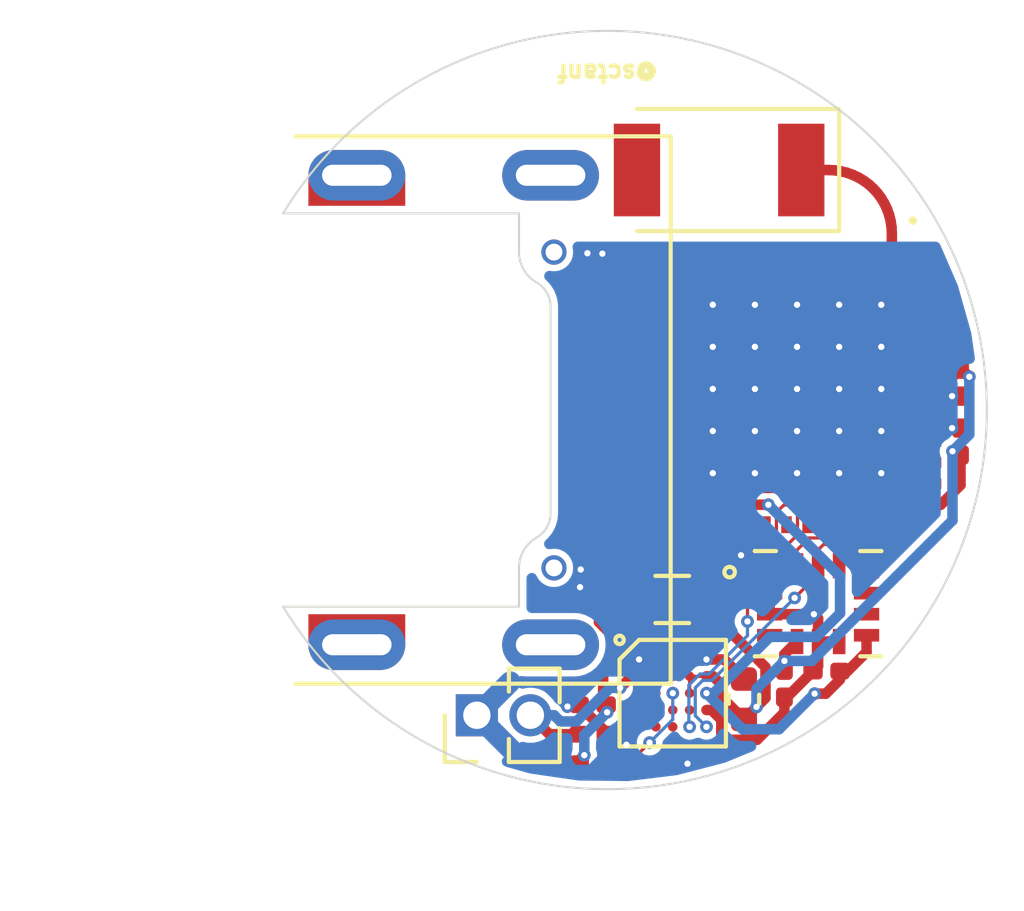
<source format=kicad_pcb>
(kicad_pcb (version 20171130) (host pcbnew "(5.1.9)-1")

  (general
    (thickness 0.8)
    (drawings 2)
    (tracks 305)
    (zones 0)
    (modules 17)
    (nets 15)
  )

  (page A4)
  (layers
    (0 F.Cu signal)
    (31 B.Cu signal)
    (32 B.Adhes user)
    (33 F.Adhes user)
    (34 B.Paste user)
    (35 F.Paste user)
    (36 B.SilkS user)
    (37 F.SilkS user)
    (38 B.Mask user)
    (39 F.Mask user)
    (40 Dwgs.User user)
    (41 Cmts.User user)
    (42 Eco1.User user)
    (43 Eco2.User user)
    (44 Edge.Cuts user)
    (45 Margin user)
    (46 B.CrtYd user)
    (47 F.CrtYd user)
    (48 B.Fab user)
    (49 F.Fab user)
  )

  (setup
    (last_trace_width 0.25)
    (user_trace_width 0.0762)
    (user_trace_width 0.25)
    (user_trace_width 0.5)
    (trace_clearance 0.0762)
    (zone_clearance 0.1524)
    (zone_45_only no)
    (trace_min 0.0762)
    (via_size 0.3024)
    (via_drill 0.15)
    (via_min_size 0.3024)
    (via_min_drill 0.15)
    (uvia_size 0.3)
    (uvia_drill 0.1)
    (uvias_allowed no)
    (uvia_min_size 0.2)
    (uvia_min_drill 0.1)
    (edge_width 0.05)
    (segment_width 0.1)
    (pcb_text_width 0.1)
    (pcb_text_size 0.4 0.4)
    (mod_edge_width 0.1)
    (mod_text_size 0.4 0.4)
    (mod_text_width 0.1)
    (pad_size 0.7 2.3)
    (pad_drill 0)
    (pad_to_mask_clearance 0.0762)
    (solder_mask_min_width 0.0762)
    (aux_axis_origin 0 0)
    (visible_elements 7FFFFFFF)
    (pcbplotparams
      (layerselection 0x010fc_ffffffff)
      (usegerberextensions false)
      (usegerberattributes true)
      (usegerberadvancedattributes true)
      (creategerberjobfile true)
      (excludeedgelayer true)
      (linewidth 0.100000)
      (plotframeref false)
      (viasonmask false)
      (mode 1)
      (useauxorigin false)
      (hpglpennumber 1)
      (hpglpenspeed 20)
      (hpglpendiameter 15.000000)
      (psnegative false)
      (psa4output false)
      (plotreference true)
      (plotvalue true)
      (plotinvisibletext false)
      (padsonsilk false)
      (subtractmaskfromsilk false)
      (outputformat 1)
      (mirror false)
      (drillshape 1)
      (scaleselection 1)
      (outputdirectory ""))
  )

  (net 0 "")
  (net 1 GND)
  (net 2 +3V0)
  (net 3 "Net-(IC3-Pad2)")
  (net 4 "Net-(IC4-PadC3)")
  (net 5 "Net-(IC4-PadA4)")
  (net 6 VCC)
  (net 7 /SDI)
  (net 8 /SCK)
  (net 9 /CS)
  (net 10 /SDO)
  (net 11 /SDA)
  (net 12 +BATT)
  (net 13 +3.3VA)
  (net 14 "Net-(J2-PadS1)")

  (net_class Default "This is the default net class."
    (clearance 0.0762)
    (trace_width 0.0762)
    (via_dia 0.3024)
    (via_drill 0.15)
    (uvia_dia 0.3)
    (uvia_drill 0.1)
    (add_net /CD)
    (add_net /CS)
    (add_net /INT)
    (add_net /INT1)
    (add_net /INT2)
    (add_net /LSCTRL)
    (add_net /RESET2)
    (add_net /SCK)
    (add_net /SDA)
    (add_net /SDI)
    (add_net /SDO)
    (add_net "Net-(IC1-Pad10)")
    (add_net "Net-(IC1-Pad11)")
    (add_net "Net-(IC3-Pad10)")
    (add_net "Net-(IC3-Pad11)")
    (add_net "Net-(IC3-Pad12)")
    (add_net "Net-(IC3-Pad13)")
    (add_net "Net-(IC3-Pad14)")
    (add_net "Net-(IC3-Pad15)")
    (add_net "Net-(IC3-Pad16)")
    (add_net "Net-(IC3-Pad17)")
    (add_net "Net-(IC3-Pad18)")
    (add_net "Net-(IC3-Pad2)")
    (add_net "Net-(IC3-Pad20)")
    (add_net "Net-(IC3-Pad21)")
    (add_net "Net-(IC3-Pad22)")
    (add_net "Net-(IC3-Pad23)")
    (add_net "Net-(IC3-Pad24)")
    (add_net "Net-(IC3-Pad25)")
    (add_net "Net-(IC3-Pad27)")
    (add_net "Net-(IC3-Pad28)")
    (add_net "Net-(IC3-Pad29)")
    (add_net "Net-(IC3-Pad30)")
    (add_net "Net-(IC3-Pad31)")
    (add_net "Net-(IC3-Pad32)")
    (add_net "Net-(IC3-Pad33)")
    (add_net "Net-(IC3-Pad40)")
    (add_net "Net-(IC3-Pad41)")
    (add_net "Net-(IC3-Pad42)")
    (add_net "Net-(IC3-Pad44)")
    (add_net "Net-(IC3-Pad45)")
    (add_net "Net-(IC3-Pad47)")
    (add_net "Net-(IC3-Pad48)")
    (add_net "Net-(IC3-Pad5)")
    (add_net "Net-(IC3-Pad6)")
    (add_net "Net-(IC3-Pad7)")
    (add_net "Net-(IC3-Pad8)")
    (add_net "Net-(IC4-PadA3)")
    (add_net "Net-(IC4-PadB3)")
    (add_net "Net-(IC4-PadC3)")
    (add_net "Net-(IC4-PadD4)")
    (add_net "Net-(J1-Pad2)")
    (add_net "Net-(J2-PadA5)")
    (add_net "Net-(J2-PadA6)")
    (add_net "Net-(J2-PadA7)")
    (add_net "Net-(J2-PadA8)")
    (add_net "Net-(J2-PadB5)")
    (add_net "Net-(J2-PadB6)")
    (add_net "Net-(J2-PadB7)")
    (add_net "Net-(J2-PadB8)")
    (add_net "Net-(J2-PadS1)")
  )

  (net_class Power ""
    (clearance 0.0762)
    (trace_width 0.25)
    (via_dia 0.3024)
    (via_drill 0.15)
    (uvia_dia 0.3)
    (uvia_drill 0.1)
    (add_net +3.3VA)
    (add_net +3V0)
    (add_net +BATT)
    (add_net GND)
    (add_net "Net-(IC4-PadA4)")
    (add_net VCC)
  )

  (module Resistor_SMD:R_0201_0603Metric (layer F.Cu) (tedit 5F68FEEE) (tstamp 60AC7E67)
    (at 116.05 83.9)
    (descr "Resistor SMD 0201 (0603 Metric), square (rectangular) end terminal, IPC_7351 nominal, (Body size source: https://www.vishay.com/docs/20052/crcw0201e3.pdf), generated with kicad-footprint-generator")
    (tags resistor)
    (path /60307927)
    (attr smd)
    (fp_text reference R2 (at 0 -1.05) (layer F.SilkS) hide
      (effects (font (size 0.4 0.4) (thickness 0.1)))
    )
    (fp_text value 14.3k (at 0 1.05) (layer F.Fab)
      (effects (font (size 1 1) (thickness 0.15)))
    )
    (fp_line (start 0.7 0.35) (end -0.7 0.35) (layer F.CrtYd) (width 0.05))
    (fp_line (start 0.7 -0.35) (end 0.7 0.35) (layer F.CrtYd) (width 0.05))
    (fp_line (start -0.7 -0.35) (end 0.7 -0.35) (layer F.CrtYd) (width 0.05))
    (fp_line (start -0.7 0.35) (end -0.7 -0.35) (layer F.CrtYd) (width 0.05))
    (fp_line (start 0.3 0.15) (end -0.3 0.15) (layer F.Fab) (width 0.15))
    (fp_line (start 0.3 -0.15) (end 0.3 0.15) (layer F.Fab) (width 0.15))
    (fp_line (start -0.3 -0.15) (end 0.3 -0.15) (layer F.Fab) (width 0.15))
    (fp_line (start -0.3 0.15) (end -0.3 -0.15) (layer F.Fab) (width 0.15))
    (fp_text user %R (at 0 -0.68) (layer F.Fab)
      (effects (font (size 1 1) (thickness 0.15)))
    )
    (pad "" smd roundrect (at -0.345 0) (size 0.318 0.36) (layers F.Paste) (roundrect_rratio 0.25))
    (pad "" smd roundrect (at 0.345 0) (size 0.318 0.36) (layers F.Paste) (roundrect_rratio 0.25))
    (pad 1 smd roundrect (at -0.32 0) (size 0.46 0.4) (layers F.Cu F.Mask) (roundrect_rratio 0.25)
      (net 4 "Net-(IC4-PadC3)"))
    (pad 2 smd roundrect (at 0.32 0) (size 0.46 0.4) (layers F.Cu F.Mask) (roundrect_rratio 0.25)
      (net 1 GND))
    (model ${KISYS3DMOD}/Resistor_SMD.3dshapes/R_0201_0603Metric.wrl
      (at (xyz 0 0 0))
      (scale (xyz 1 1 1))
      (rotate (xyz 0 0 0))
    )
  )

  (module Resistor_SMD:R_0201_0603Metric (layer F.Cu) (tedit 5F68FEEE) (tstamp 60AC7E56)
    (at 114.65 83.9)
    (descr "Resistor SMD 0201 (0603 Metric), square (rectangular) end terminal, IPC_7351 nominal, (Body size source: https://www.vishay.com/docs/20052/crcw0201e3.pdf), generated with kicad-footprint-generator")
    (tags resistor)
    (path /603064F3)
    (attr smd)
    (fp_text reference R1 (at 0 -1.05) (layer F.SilkS) hide
      (effects (font (size 0.4 0.4) (thickness 0.1)))
    )
    (fp_text value 14k (at 0 1.05) (layer F.Fab)
      (effects (font (size 1 1) (thickness 0.15)))
    )
    (fp_line (start 0.7 0.35) (end -0.7 0.35) (layer F.CrtYd) (width 0.05))
    (fp_line (start 0.7 -0.35) (end 0.7 0.35) (layer F.CrtYd) (width 0.05))
    (fp_line (start -0.7 -0.35) (end 0.7 -0.35) (layer F.CrtYd) (width 0.05))
    (fp_line (start -0.7 0.35) (end -0.7 -0.35) (layer F.CrtYd) (width 0.05))
    (fp_line (start 0.3 0.15) (end -0.3 0.15) (layer F.Fab) (width 0.15))
    (fp_line (start 0.3 -0.15) (end 0.3 0.15) (layer F.Fab) (width 0.15))
    (fp_line (start -0.3 -0.15) (end 0.3 -0.15) (layer F.Fab) (width 0.15))
    (fp_line (start -0.3 0.15) (end -0.3 -0.15) (layer F.Fab) (width 0.15))
    (fp_text user %R (at 0 -0.68) (layer F.Fab)
      (effects (font (size 1 1) (thickness 0.15)))
    )
    (pad "" smd roundrect (at -0.345 0) (size 0.318 0.36) (layers F.Paste) (roundrect_rratio 0.25))
    (pad "" smd roundrect (at 0.345 0) (size 0.318 0.36) (layers F.Paste) (roundrect_rratio 0.25))
    (pad 1 smd roundrect (at -0.32 0) (size 0.46 0.4) (layers F.Cu F.Mask) (roundrect_rratio 0.25)
      (net 6 VCC))
    (pad 2 smd roundrect (at 0.32 0) (size 0.46 0.4) (layers F.Cu F.Mask) (roundrect_rratio 0.25)
      (net 4 "Net-(IC4-PadC3)"))
    (model ${KISYS3DMOD}/Resistor_SMD.3dshapes/R_0201_0603Metric.wrl
      (at (xyz 0 0 0))
      (scale (xyz 1 1 1))
      (rotate (xyz 0 0 0))
    )
  )

  (module Connector_PinHeader_1.27mm:PinHeader_1x02_P1.27mm_Vertical (layer F.Cu) (tedit 59FED6E3) (tstamp 60AC7E25)
    (at 111.9 82.75 90)
    (descr "Through hole straight pin header, 1x02, 1.27mm pitch, single row")
    (tags "Through hole pin header THT 1x02 1.27mm single row")
    (path /60A61A3A)
    (fp_text reference J3 (at 0 -1.695 90) (layer F.SilkS) hide
      (effects (font (size 0.4 0.4) (thickness 0.1)))
    )
    (fp_text value Conn_01x02 (at 0 2.965 90) (layer F.Fab)
      (effects (font (size 1 1) (thickness 0.15)))
    )
    (fp_line (start 1.55 -1.15) (end -1.55 -1.15) (layer F.CrtYd) (width 0.05))
    (fp_line (start 1.55 2.45) (end 1.55 -1.15) (layer F.CrtYd) (width 0.05))
    (fp_line (start -1.55 2.45) (end 1.55 2.45) (layer F.CrtYd) (width 0.05))
    (fp_line (start -1.55 -1.15) (end -1.55 2.45) (layer F.CrtYd) (width 0.05))
    (fp_line (start -1.11 -0.76) (end 0 -0.76) (layer F.SilkS) (width 0.1))
    (fp_line (start -1.11 0) (end -1.11 -0.76) (layer F.SilkS) (width 0.1))
    (fp_line (start 0.563471 0.76) (end 1.11 0.76) (layer F.SilkS) (width 0.1))
    (fp_line (start -1.11 0.76) (end -0.563471 0.76) (layer F.SilkS) (width 0.1))
    (fp_line (start 1.11 0.76) (end 1.11 1.965) (layer F.SilkS) (width 0.1))
    (fp_line (start -1.11 0.76) (end -1.11 1.965) (layer F.SilkS) (width 0.1))
    (fp_line (start 0.30753 1.965) (end 1.11 1.965) (layer F.SilkS) (width 0.1))
    (fp_line (start -1.11 1.965) (end -0.30753 1.965) (layer F.SilkS) (width 0.1))
    (fp_line (start -1.05 -0.11) (end -0.525 -0.635) (layer F.Fab) (width 0.15))
    (fp_line (start -1.05 1.905) (end -1.05 -0.11) (layer F.Fab) (width 0.15))
    (fp_line (start 1.05 1.905) (end -1.05 1.905) (layer F.Fab) (width 0.15))
    (fp_line (start 1.05 -0.635) (end 1.05 1.905) (layer F.Fab) (width 0.15))
    (fp_line (start -0.525 -0.635) (end 1.05 -0.635) (layer F.Fab) (width 0.15))
    (fp_text user %R (at 0 0.635) (layer F.Fab)
      (effects (font (size 1 1) (thickness 0.15)))
    )
    (pad 1 thru_hole rect (at 0 0 90) (size 1 1) (drill 0.65) (layers *.Cu *.Mask)
      (net 1 GND))
    (pad 2 thru_hole oval (at 0 1.27 90) (size 1 1) (drill 0.65) (layers *.Cu *.Mask)
      (net 12 +BATT))
    (model ${KISYS3DMOD}/Connector_PinHeader_1.27mm.3dshapes/PinHeader_1x02_P1.27mm_Vertical.wrl
      (at (xyz 0 0 0))
      (scale (xyz 1 1 1))
      (rotate (xyz 0 0 0))
    )
  )

  (module Capacitor_SMD:C_0201_0603Metric (layer F.Cu) (tedit 5F68FEEE) (tstamp 602E6357)
    (at 114.65 83.2)
    (descr "Capacitor SMD 0201 (0603 Metric), square (rectangular) end terminal, IPC_7351 nominal, (Body size source: https://www.vishay.com/docs/20052/crcw0201e3.pdf), generated with kicad-footprint-generator")
    (tags capacitor)
    (path /602E57EC)
    (attr smd)
    (fp_text reference C6 (at 0 -1.05) (layer F.SilkS) hide
      (effects (font (size 0.4 0.4) (thickness 0.1)))
    )
    (fp_text value 1uF (at 0 1.05) (layer F.Fab) hide
      (effects (font (size 1 1) (thickness 0.15)))
    )
    (fp_line (start -0.3 0.15) (end -0.3 -0.15) (layer F.Fab) (width 0.15))
    (fp_line (start -0.3 -0.15) (end 0.3 -0.15) (layer F.Fab) (width 0.15))
    (fp_line (start 0.3 -0.15) (end 0.3 0.15) (layer F.Fab) (width 0.15))
    (fp_line (start 0.3 0.15) (end -0.3 0.15) (layer F.Fab) (width 0.15))
    (fp_line (start -0.7 0.35) (end -0.7 -0.35) (layer F.CrtYd) (width 0.05))
    (fp_line (start -0.7 -0.35) (end 0.7 -0.35) (layer F.CrtYd) (width 0.05))
    (fp_line (start 0.7 -0.35) (end 0.7 0.35) (layer F.CrtYd) (width 0.05))
    (fp_line (start 0.7 0.35) (end -0.7 0.35) (layer F.CrtYd) (width 0.05))
    (fp_text user %R (at 0 -0.68) (layer F.Fab) hide
      (effects (font (size 1 1) (thickness 0.15)))
    )
    (pad 2 smd roundrect (at 0.32 0) (size 0.46 0.4) (layers F.Cu F.Mask) (roundrect_rratio 0.25)
      (net 1 GND))
    (pad 1 smd roundrect (at -0.32 0) (size 0.46 0.4) (layers F.Cu F.Mask) (roundrect_rratio 0.25)
      (net 12 +BATT))
    (pad "" smd roundrect (at 0.345 0) (size 0.318 0.36) (layers F.Paste) (roundrect_rratio 0.25))
    (pad "" smd roundrect (at -0.345 0) (size 0.318 0.36) (layers F.Paste) (roundrect_rratio 0.25))
    (model ${KISYS3DMOD}/Capacitor_SMD.3dshapes/C_0201_0603Metric.wrl
      (at (xyz 0 0 0))
      (scale (xyz 1 1 1))
      (rotate (xyz 0 0 0))
    )
  )

  (module Capacitor_SMD:C_0402_1005Metric (layer F.Cu) (tedit 5F68FEEE) (tstamp 602E6346)
    (at 118.24 82.37 90)
    (descr "Capacitor SMD 0402 (1005 Metric), square (rectangular) end terminal, IPC_7351 nominal, (Body size source: IPC-SM-782 page 76, https://www.pcb-3d.com/wordpress/wp-content/uploads/ipc-sm-782a_amendment_1_and_2.pdf), generated with kicad-footprint-generator")
    (tags capacitor)
    (path /602E498C)
    (attr smd)
    (fp_text reference C5 (at 0 -1.16 90) (layer F.SilkS) hide
      (effects (font (size 0.4 0.4) (thickness 0.1)))
    )
    (fp_text value 10uF (at 0 1.16 90) (layer F.Fab) hide
      (effects (font (size 1 1) (thickness 0.15)))
    )
    (fp_line (start -0.5 0.25) (end -0.5 -0.25) (layer F.Fab) (width 0.15))
    (fp_line (start -0.5 -0.25) (end 0.5 -0.25) (layer F.Fab) (width 0.15))
    (fp_line (start 0.5 -0.25) (end 0.5 0.25) (layer F.Fab) (width 0.15))
    (fp_line (start 0.5 0.25) (end -0.5 0.25) (layer F.Fab) (width 0.15))
    (fp_line (start -0.107836 -0.36) (end 0.107836 -0.36) (layer F.SilkS) (width 0.1))
    (fp_line (start -0.107836 0.36) (end 0.107836 0.36) (layer F.SilkS) (width 0.1))
    (fp_line (start -0.91 0.46) (end -0.91 -0.46) (layer F.CrtYd) (width 0.05))
    (fp_line (start -0.91 -0.46) (end 0.91 -0.46) (layer F.CrtYd) (width 0.05))
    (fp_line (start 0.91 -0.46) (end 0.91 0.46) (layer F.CrtYd) (width 0.05))
    (fp_line (start 0.91 0.46) (end -0.91 0.46) (layer F.CrtYd) (width 0.05))
    (fp_text user %R (at 0 0 90) (layer F.Fab) hide
      (effects (font (size 1 1) (thickness 0.15)))
    )
    (pad 2 smd roundrect (at 0.48 0 90) (size 0.56 0.62) (layers F.Cu F.Paste F.Mask) (roundrect_rratio 0.25)
      (net 1 GND))
    (pad 1 smd roundrect (at -0.48 0 90) (size 0.56 0.62) (layers F.Cu F.Paste F.Mask) (roundrect_rratio 0.25)
      (net 2 +3V0))
    (model ${KISYS3DMOD}/Capacitor_SMD.3dshapes/C_0402_1005Metric.wrl
      (at (xyz 0 0 0))
      (scale (xyz 1 1 1))
      (rotate (xyz 0 0 0))
    )
  )

  (module Capacitor_SMD:C_0201_0603Metric (layer F.Cu) (tedit 5F68FEEE) (tstamp 60AC0308)
    (at 117.59 78.9)
    (descr "Capacitor SMD 0201 (0603 Metric), square (rectangular) end terminal, IPC_7351 nominal, (Body size source: https://www.vishay.com/docs/20052/crcw0201e3.pdf), generated with kicad-footprint-generator")
    (tags capacitor)
    (path /60AF557E)
    (attr smd)
    (fp_text reference C12 (at 0 -1.05) (layer F.SilkS) hide
      (effects (font (size 0.4 0.4) (thickness 0.1)))
    )
    (fp_text value 0.1uF (at 0 1.05) (layer F.Fab)
      (effects (font (size 1 1) (thickness 0.15)))
    )
    (fp_line (start 0.7 0.35) (end -0.7 0.35) (layer F.CrtYd) (width 0.05))
    (fp_line (start 0.7 -0.35) (end 0.7 0.35) (layer F.CrtYd) (width 0.05))
    (fp_line (start -0.7 -0.35) (end 0.7 -0.35) (layer F.CrtYd) (width 0.05))
    (fp_line (start -0.7 0.35) (end -0.7 -0.35) (layer F.CrtYd) (width 0.05))
    (fp_line (start 0.3 0.15) (end -0.3 0.15) (layer F.Fab) (width 0.15))
    (fp_line (start 0.3 -0.15) (end 0.3 0.15) (layer F.Fab) (width 0.15))
    (fp_line (start -0.3 -0.15) (end 0.3 -0.15) (layer F.Fab) (width 0.15))
    (fp_line (start -0.3 0.15) (end -0.3 -0.15) (layer F.Fab) (width 0.15))
    (fp_text user %R (at 0 -0.68) (layer F.Fab)
      (effects (font (size 1 1) (thickness 0.15)))
    )
    (pad "" smd roundrect (at -0.345 0) (size 0.318 0.36) (layers F.Paste) (roundrect_rratio 0.25))
    (pad "" smd roundrect (at 0.345 0) (size 0.318 0.36) (layers F.Paste) (roundrect_rratio 0.25))
    (pad 1 smd roundrect (at -0.32 0) (size 0.46 0.4) (layers F.Cu F.Mask) (roundrect_rratio 0.25)
      (net 13 +3.3VA))
    (pad 2 smd roundrect (at 0.32 0) (size 0.46 0.4) (layers F.Cu F.Mask) (roundrect_rratio 0.25)
      (net 1 GND))
    (model ${KISYS3DMOD}/Capacitor_SMD.3dshapes/C_0201_0603Metric.wrl
      (at (xyz 0 0 0))
      (scale (xyz 1 1 1))
      (rotate (xyz 0 0 0))
    )
  )

  (module Capacitor_SMD:C_0201_0603Metric (layer F.Cu) (tedit 5F68FEEE) (tstamp 60ABC952)
    (at 123.38 74.85 270)
    (descr "Capacitor SMD 0201 (0603 Metric), square (rectangular) end terminal, IPC_7351 nominal, (Body size source: https://www.vishay.com/docs/20052/crcw0201e3.pdf), generated with kicad-footprint-generator")
    (tags capacitor)
    (path /60AC8D6C)
    (attr smd)
    (fp_text reference C11 (at 0 -1.05 90) (layer F.SilkS) hide
      (effects (font (size 0.4 0.4) (thickness 0.1)))
    )
    (fp_text value 1uF (at 0 1.05 90) (layer F.Fab)
      (effects (font (size 1 1) (thickness 0.15)))
    )
    (fp_text user %R (at 0 -0.68 90) (layer F.Fab)
      (effects (font (size 1 1) (thickness 0.15)))
    )
    (fp_line (start -0.3 0.15) (end -0.3 -0.15) (layer F.Fab) (width 0.15))
    (fp_line (start -0.3 -0.15) (end 0.3 -0.15) (layer F.Fab) (width 0.15))
    (fp_line (start 0.3 -0.15) (end 0.3 0.15) (layer F.Fab) (width 0.15))
    (fp_line (start 0.3 0.15) (end -0.3 0.15) (layer F.Fab) (width 0.15))
    (fp_line (start -0.7 0.35) (end -0.7 -0.35) (layer F.CrtYd) (width 0.05))
    (fp_line (start -0.7 -0.35) (end 0.7 -0.35) (layer F.CrtYd) (width 0.05))
    (fp_line (start 0.7 -0.35) (end 0.7 0.35) (layer F.CrtYd) (width 0.05))
    (fp_line (start 0.7 0.35) (end -0.7 0.35) (layer F.CrtYd) (width 0.05))
    (pad 2 smd roundrect (at 0.32 0 270) (size 0.46 0.4) (layers F.Cu F.Mask) (roundrect_rratio 0.25)
      (net 1 GND))
    (pad 1 smd roundrect (at -0.32 0 270) (size 0.46 0.4) (layers F.Cu F.Mask) (roundrect_rratio 0.25)
      (net 2 +3V0))
    (pad "" smd roundrect (at 0.345 0 270) (size 0.318 0.36) (layers F.Paste) (roundrect_rratio 0.25))
    (pad "" smd roundrect (at -0.345 0 270) (size 0.318 0.36) (layers F.Paste) (roundrect_rratio 0.25))
    (model ${KISYS3DMOD}/Capacitor_SMD.3dshapes/C_0201_0603Metric.wrl
      (at (xyz 0 0 0))
      (scale (xyz 1 1 1))
      (rotate (xyz 0 0 0))
    )
  )

  (module nrfmicro:Mid_Mount-USB_C (layer F.Cu) (tedit 60ABB8DF) (tstamp 60A5C728)
    (at 107.3 75.5 180)
    (path /60A5A581)
    (fp_text reference J2 (at -1.27 -7.62 180) (layer Dwgs.User) hide
      (effects (font (size 1 1) (thickness 0.15)))
    )
    (fp_text value USB-C-C168688 (at 0 8.89 180) (layer F.Fab)
      (effects (font (size 1 1) (thickness 0.15)))
    )
    (fp_line (start 0 6.35) (end 0 -6.35) (layer F.CrtYd) (width 0.05))
    (fp_line (start -8.382 4.699) (end -7.747 4.699) (layer F.CrtYd) (width 0.05))
    (fp_line (start -8.382 -4.699) (end -8.382 4.699) (layer F.CrtYd) (width 0.05))
    (fp_line (start -7.747 -4.699) (end -8.382 -4.699) (layer F.CrtYd) (width 0.05))
    (fp_line (start -7.747 -6.35) (end -7.747 -4.699) (layer F.CrtYd) (width 0.05))
    (fp_line (start 0 -6.35) (end -7.747 -6.35) (layer F.CrtYd) (width 0.05))
    (fp_line (start -7.747 6.35) (end -7.747 4.699) (layer F.CrtYd) (width 0.05))
    (fp_line (start 0 6.35) (end -7.747 6.35) (layer F.CrtYd) (width 0.05))
    (fp_line (start -5.6 -4.67) (end -5.6 -3.75) (layer Edge.Cuts) (width 0.05))
    (fp_line (start -6.35 2.450962) (end -6.35 -2.450962) (layer Edge.Cuts) (width 0.05))
    (fp_line (start -0.3 -6.5) (end -9.2 -6.5) (layer F.SilkS) (width 0.1))
    (fp_line (start -9.2 -6.5) (end -9.2 6.5) (layer F.SilkS) (width 0.1))
    (fp_line (start -9.2 6.5) (end -0.3 6.5) (layer F.SilkS) (width 0.1))
    (fp_line (start 0 4.67) (end -5.6 4.67) (layer Edge.Cuts) (width 0.05))
    (fp_line (start -5.6 4.67) (end -5.6 3.75) (layer Edge.Cuts) (width 0.05))
    (fp_line (start -5.6 -4.67) (end 0 -4.67) (layer Edge.Cuts) (width 0.05))
    (fp_arc (start -6.43 3.75) (end -5.6 3.75) (angle -60) (layer Edge.Cuts) (width 0.05))
    (fp_arc (start -5.68 2.450962) (end -6.35 2.450962) (angle -60) (layer Edge.Cuts) (width 0.05))
    (fp_arc (start -5.68 -2.450962) (end -6.35 -2.450962) (angle 60) (layer Edge.Cuts) (width 0.05))
    (fp_arc (start -6.43 -3.75) (end -5.6 -3.75) (angle 60) (layer Edge.Cuts) (width 0.05))
    (pad A6 smd rect (at -7.63 0.25 270) (size 0.3 1.1) (layers F.Cu F.Paste F.Mask))
    (pad A7 smd rect (at -7.63 -0.25 270) (size 0.3 1.1) (layers F.Cu F.Paste F.Mask))
    (pad B6 smd rect (at -7.63 -0.75 270) (size 0.3 1.1) (layers F.Cu F.Paste F.Mask))
    (pad A8 smd rect (at -7.63 -1.25 270) (size 0.3 1.1) (layers F.Cu F.Paste F.Mask))
    (pad B5 smd rect (at -7.63 -1.75 270) (size 0.3 1.1) (layers F.Cu F.Paste F.Mask))
    (pad A4 smd rect (at -7.63 -2.45 270) (size 0.55 1.1) (layers F.Cu F.Paste F.Mask)
      (net 6 VCC))
    (pad B7 smd rect (at -7.63 0.75 270) (size 0.3 1.1) (layers F.Cu F.Paste F.Mask))
    (pad A5 smd rect (at -7.63 1.25 270) (size 0.3 1.1) (layers F.Cu F.Paste F.Mask))
    (pad B8 smd rect (at -7.63 1.75 270) (size 0.3 1.1) (layers F.Cu F.Paste F.Mask))
    (pad A4 smd rect (at -7.63 2.45 270) (size 0.55 1.1) (layers F.Cu F.Paste F.Mask)
      (net 6 VCC))
    (pad A1 smd rect (at -7.63 -3.2 270) (size 0.55 1.1) (layers F.Cu F.Paste F.Mask)
      (net 1 GND))
    (pad A1 smd rect (at -7.63 3.2 270) (size 0.55 1.1) (layers F.Cu F.Paste F.Mask)
      (net 1 GND))
    (pad "" np_thru_hole circle (at -6.43 -3.75 270) (size 0.6 0.6) (drill 0.4) (layers *.Cu *.Mask))
    (pad "" np_thru_hole circle (at -6.43 3.75 270) (size 0.6 0.6) (drill 0.4) (layers *.Cu *.Mask))
    (pad S1 thru_hole oval (at -1.75 -5.575 270) (size 1.2 2.3) (drill oval 0.5 1.65) (layers *.Cu *.Mask)
      (net 14 "Net-(J2-PadS1)"))
    (pad S1 thru_hole oval (at -1.75 5.575 270) (size 1.2 2.3) (drill oval 0.5 1.65) (layers *.Cu *.Mask)
      (net 14 "Net-(J2-PadS1)"))
    (pad S1 thru_hole oval (at -6.35 -5.575 270) (size 1.2 2.3) (drill oval 0.5 1.65) (layers *.Cu *.Mask)
      (net 14 "Net-(J2-PadS1)"))
    (pad S1 thru_hole oval (at -6.35 5.575 270) (size 1.2 2.3) (drill oval 0.5 1.65) (layers *.Cu *.Mask)
      (net 14 "Net-(J2-PadS1)"))
    (pad S1 smd rect (at -1.75 -5.2 270) (size 0.7 2.3) (layers F.Cu F.Mask)
      (net 14 "Net-(J2-PadS1)") (zone_connect 2))
    (pad S1 smd rect (at -1.75 5.2 270) (size 0.7 2.3) (layers F.Cu F.Mask)
      (net 14 "Net-(J2-PadS1)") (zone_connect 2))
  )

  (module SamacSys_Parts:BGA25C40P5X5_247X253X50 (layer F.Cu) (tedit 0) (tstamp 602E5CEC)
    (at 116.55 82.225)
    (descr YFP0025)
    (tags "Integrated Circuit")
    (path /602E09CB)
    (attr smd)
    (fp_text reference IC4 (at 0 0) (layer F.SilkS) hide
      (effects (font (size 0.4 0.4) (thickness 0.1)))
    )
    (fp_text value BQ25125YFPR (at 0 0) (layer F.SilkS) hide
      (effects (font (size 0.4 0.4) (thickness 0.1)))
    )
    (fp_line (start -1.749 -1.78) (end 1.749 -1.78) (layer F.CrtYd) (width 0.05))
    (fp_line (start 1.749 -1.78) (end 1.749 1.78) (layer F.CrtYd) (width 0.05))
    (fp_line (start 1.749 1.78) (end -1.749 1.78) (layer F.CrtYd) (width 0.05))
    (fp_line (start -1.749 1.78) (end -1.749 -1.78) (layer F.CrtYd) (width 0.05))
    (fp_line (start -1.234 -1.265) (end 1.234 -1.265) (layer F.Fab) (width 0.15))
    (fp_line (start 1.234 -1.265) (end 1.234 1.265) (layer F.Fab) (width 0.15))
    (fp_line (start 1.234 1.265) (end -1.234 1.265) (layer F.Fab) (width 0.15))
    (fp_line (start -1.234 1.265) (end -1.234 -1.265) (layer F.Fab) (width 0.15))
    (fp_line (start -1.234 -0.625) (end -0.594 -1.265) (layer F.Fab) (width 0.15))
    (fp_line (start -0.798 -1.265) (end 1.262 -1.265) (layer F.SilkS) (width 0.1))
    (fp_line (start 1.262 -1.265) (end 1.262 1.265) (layer F.SilkS) (width 0.1))
    (fp_line (start 1.262 1.265) (end -1.264 1.265) (layer F.SilkS) (width 0.1))
    (fp_line (start -1.264 1.265) (end -1.264 -0.8) (layer F.SilkS) (width 0.1))
    (fp_line (start -1.264 -0.8) (end -0.799 -1.265) (layer F.SilkS) (width 0.1))
    (fp_circle (center -1.263 -1.265) (end -1.263 -1.165) (layer F.SilkS) (width 0.1))
    (fp_text user %R (at 0 0) (layer F.Fab) hide
      (effects (font (size 1 1) (thickness 0.15)))
    )
    (pad E5 smd circle (at 0.8 0.8 90) (size 0.226 0.226) (layers F.Cu F.Paste F.Mask)
      (net 8 /SCK))
    (pad E4 smd circle (at 0.4 0.8 90) (size 0.226 0.226) (layers F.Cu F.Paste F.Mask)
      (net 11 /SDA))
    (pad E3 smd circle (at 0 0.8 90) (size 0.226 0.226) (layers F.Cu F.Paste F.Mask))
    (pad E2 smd circle (at -0.4 0.8 90) (size 0.226 0.226) (layers F.Cu F.Paste F.Mask))
    (pad E1 smd circle (at -0.8 0.8 90) (size 0.226 0.226) (layers F.Cu F.Paste F.Mask))
    (pad D5 smd circle (at 0.8 0.4 90) (size 0.226 0.226) (layers F.Cu F.Paste F.Mask)
      (net 1 GND))
    (pad D4 smd circle (at 0.4 0.4 90) (size 0.226 0.226) (layers F.Cu F.Paste F.Mask))
    (pad D3 smd circle (at 0 0.4 90) (size 0.226 0.226) (layers F.Cu F.Paste F.Mask))
    (pad D2 smd circle (at -0.4 0.4 90) (size 0.226 0.226) (layers F.Cu F.Paste F.Mask))
    (pad D1 smd circle (at -0.8 0.4 90) (size 0.226 0.226) (layers F.Cu F.Paste F.Mask)
      (net 1 GND))
    (pad C5 smd circle (at 0.8 0 90) (size 0.226 0.226) (layers F.Cu F.Paste F.Mask)
      (net 13 +3.3VA))
    (pad C4 smd circle (at 0.4 0 90) (size 0.226 0.226) (layers F.Cu F.Paste F.Mask)
      (net 2 +3V0))
    (pad C3 smd circle (at 0 0 90) (size 0.226 0.226) (layers F.Cu F.Paste F.Mask)
      (net 4 "Net-(IC4-PadC3)"))
    (pad C2 smd circle (at -0.4 0 90) (size 0.226 0.226) (layers F.Cu F.Paste F.Mask)
      (net 1 GND))
    (pad C1 smd circle (at -0.8 0 90) (size 0.226 0.226) (layers F.Cu F.Paste F.Mask)
      (net 1 GND))
    (pad B5 smd circle (at 0.8 -0.4 90) (size 0.226 0.226) (layers F.Cu F.Paste F.Mask)
      (net 2 +3V0))
    (pad B4 smd circle (at 0.4 -0.4 90) (size 0.226 0.226) (layers F.Cu F.Paste F.Mask)
      (net 2 +3V0))
    (pad B3 smd circle (at 0 -0.4 90) (size 0.226 0.226) (layers F.Cu F.Paste F.Mask))
    (pad B2 smd circle (at -0.4 -0.4 90) (size 0.226 0.226) (layers F.Cu F.Paste F.Mask)
      (net 12 +BATT))
    (pad B1 smd circle (at -0.8 -0.4 90) (size 0.226 0.226) (layers F.Cu F.Paste F.Mask)
      (net 12 +BATT))
    (pad A5 smd circle (at 0.8 -0.8 90) (size 0.226 0.226) (layers F.Cu F.Paste F.Mask)
      (net 1 GND))
    (pad A4 smd circle (at 0.4 -0.8 90) (size 0.226 0.226) (layers F.Cu F.Paste F.Mask)
      (net 5 "Net-(IC4-PadA4)"))
    (pad A3 smd circle (at 0 -0.8 90) (size 0.226 0.226) (layers F.Cu F.Paste F.Mask))
    (pad A2 smd circle (at -0.4 -0.8 90) (size 0.226 0.226) (layers F.Cu F.Paste F.Mask)
      (net 6 VCC))
    (pad A1 smd circle (at -0.8 -0.8 90) (size 0.226 0.226) (layers F.Cu F.Paste F.Mask)
      (net 1 GND))
    (model C:\Users\Scott\Downloads\SamacSys_Parts.3dshapes\BQ25125YFPR.stp
      (at (xyz 0 0 0))
      (scale (xyz 1 1 1))
      (rotate (xyz 0 0 0))
    )
  )

  (module Capacitor_SMD:C_0201_0603Metric (layer F.Cu) (tedit 5F68FEEE) (tstamp 602E6368)
    (at 114.65 82.5)
    (descr "Capacitor SMD 0201 (0603 Metric), square (rectangular) end terminal, IPC_7351 nominal, (Body size source: https://www.vishay.com/docs/20052/crcw0201e3.pdf), generated with kicad-footprint-generator")
    (tags capacitor)
    (path /602E5AA1)
    (attr smd)
    (fp_text reference C7 (at 0 -1.05) (layer F.SilkS) hide
      (effects (font (size 0.4 0.4) (thickness 0.1)))
    )
    (fp_text value 1uF (at 0 1.05) (layer F.Fab) hide
      (effects (font (size 1 1) (thickness 0.15)))
    )
    (fp_line (start -0.3 0.15) (end -0.3 -0.15) (layer F.Fab) (width 0.15))
    (fp_line (start -0.3 -0.15) (end 0.3 -0.15) (layer F.Fab) (width 0.15))
    (fp_line (start 0.3 -0.15) (end 0.3 0.15) (layer F.Fab) (width 0.15))
    (fp_line (start 0.3 0.15) (end -0.3 0.15) (layer F.Fab) (width 0.15))
    (fp_line (start -0.7 0.35) (end -0.7 -0.35) (layer F.CrtYd) (width 0.05))
    (fp_line (start -0.7 -0.35) (end 0.7 -0.35) (layer F.CrtYd) (width 0.05))
    (fp_line (start 0.7 -0.35) (end 0.7 0.35) (layer F.CrtYd) (width 0.05))
    (fp_line (start 0.7 0.35) (end -0.7 0.35) (layer F.CrtYd) (width 0.05))
    (fp_text user %R (at 0 -0.68) (layer F.Fab) hide
      (effects (font (size 1 1) (thickness 0.15)))
    )
    (pad 2 smd roundrect (at 0.32 0) (size 0.46 0.4) (layers F.Cu F.Mask) (roundrect_rratio 0.25)
      (net 6 VCC))
    (pad 1 smd roundrect (at -0.32 0) (size 0.46 0.4) (layers F.Cu F.Mask) (roundrect_rratio 0.25)
      (net 1 GND))
    (pad "" smd roundrect (at 0.345 0) (size 0.318 0.36) (layers F.Paste) (roundrect_rratio 0.25))
    (pad "" smd roundrect (at -0.345 0) (size 0.318 0.36) (layers F.Paste) (roundrect_rratio 0.25))
    (model ${KISYS3DMOD}/Capacitor_SMD.3dshapes/C_0201_0603Metric.wrl
      (at (xyz 0 0 0))
      (scale (xyz 1 1 1))
      (rotate (xyz 0 0 0))
    )
  )

  (module Inductor_SMD:L_0805_2012Metric (layer F.Cu) (tedit 5F68FEF0) (tstamp 602E6545)
    (at 116.538 80 180)
    (descr "Inductor SMD 0805 (2012 Metric), square (rectangular) end terminal, IPC_7351 nominal, (Body size source: IPC-SM-782 page 80, https://www.pcb-3d.com/wordpress/wp-content/uploads/ipc-sm-782a_amendment_1_and_2.pdf), generated with kicad-footprint-generator")
    (tags inductor)
    (path /602E3EAB)
    (attr smd)
    (fp_text reference L2 (at 0 -1.55) (layer F.SilkS) hide
      (effects (font (size 0.4 0.4) (thickness 0.1)))
    )
    (fp_text value 2.2uH (at 0 1.55) (layer F.Fab) hide
      (effects (font (size 1 1) (thickness 0.15)))
    )
    (fp_line (start -1 0.45) (end -1 -0.45) (layer F.Fab) (width 0.15))
    (fp_line (start -1 -0.45) (end 1 -0.45) (layer F.Fab) (width 0.15))
    (fp_line (start 1 -0.45) (end 1 0.45) (layer F.Fab) (width 0.15))
    (fp_line (start 1 0.45) (end -1 0.45) (layer F.Fab) (width 0.15))
    (fp_line (start -0.399622 -0.56) (end 0.399622 -0.56) (layer F.SilkS) (width 0.1))
    (fp_line (start -0.399622 0.56) (end 0.399622 0.56) (layer F.SilkS) (width 0.1))
    (fp_line (start -1.75 0.85) (end -1.75 -0.85) (layer F.CrtYd) (width 0.05))
    (fp_line (start -1.75 -0.85) (end 1.75 -0.85) (layer F.CrtYd) (width 0.05))
    (fp_line (start 1.75 -0.85) (end 1.75 0.85) (layer F.CrtYd) (width 0.05))
    (fp_line (start 1.75 0.85) (end -1.75 0.85) (layer F.CrtYd) (width 0.05))
    (fp_text user %R (at 0 0) (layer F.Fab) hide
      (effects (font (size 1 1) (thickness 0.15)))
    )
    (pad 2 smd roundrect (at 1.0625 0 180) (size 0.875 1.2) (layers F.Cu F.Paste F.Mask) (roundrect_rratio 0.25)
      (net 5 "Net-(IC4-PadA4)"))
    (pad 1 smd roundrect (at -1.0625 0 180) (size 0.875 1.2) (layers F.Cu F.Paste F.Mask) (roundrect_rratio 0.25)
      (net 2 +3V0))
    (model ${KISYS3DMOD}/Inductor_SMD.3dshapes/L_0805_2012Metric.wrl
      (at (xyz 0 0 0))
      (scale (xyz 1 1 1))
      (rotate (xyz 0 0 0))
    )
  )

  (module Capacitor_SMD:C_0201_0603Metric (layer F.Cu) (tedit 5F68FEEE) (tstamp 602E8549)
    (at 120.2 81.7 180)
    (descr "Capacitor SMD 0201 (0603 Metric), square (rectangular) end terminal, IPC_7351 nominal, (Body size source: https://www.vishay.com/docs/20052/crcw0201e3.pdf), generated with kicad-footprint-generator")
    (tags capacitor)
    (path /6036402F)
    (attr smd)
    (fp_text reference C9 (at 0 -1.05) (layer F.SilkS) hide
      (effects (font (size 0.4 0.4) (thickness 0.1)))
    )
    (fp_text value 0.1uF (at 0 1.05) (layer F.Fab) hide
      (effects (font (size 1 1) (thickness 0.15)))
    )
    (fp_line (start -0.3 0.15) (end -0.3 -0.15) (layer F.Fab) (width 0.15))
    (fp_line (start -0.3 -0.15) (end 0.3 -0.15) (layer F.Fab) (width 0.15))
    (fp_line (start 0.3 -0.15) (end 0.3 0.15) (layer F.Fab) (width 0.15))
    (fp_line (start 0.3 0.15) (end -0.3 0.15) (layer F.Fab) (width 0.15))
    (fp_line (start -0.7 0.35) (end -0.7 -0.35) (layer F.CrtYd) (width 0.05))
    (fp_line (start -0.7 -0.35) (end 0.7 -0.35) (layer F.CrtYd) (width 0.05))
    (fp_line (start 0.7 -0.35) (end 0.7 0.35) (layer F.CrtYd) (width 0.05))
    (fp_line (start 0.7 0.35) (end -0.7 0.35) (layer F.CrtYd) (width 0.05))
    (fp_text user %R (at 0 -0.68) (layer F.Fab) hide
      (effects (font (size 1 1) (thickness 0.15)))
    )
    (pad 2 smd roundrect (at 0.32 0 180) (size 0.46 0.4) (layers F.Cu F.Mask) (roundrect_rratio 0.25)
      (net 1 GND))
    (pad 1 smd roundrect (at -0.32 0 180) (size 0.46 0.4) (layers F.Cu F.Mask) (roundrect_rratio 0.25)
      (net 13 +3.3VA))
    (pad "" smd roundrect (at 0.345 0 180) (size 0.318 0.36) (layers F.Paste) (roundrect_rratio 0.25))
    (pad "" smd roundrect (at -0.345 0 180) (size 0.318 0.36) (layers F.Paste) (roundrect_rratio 0.25))
    (model ${KISYS3DMOD}/Capacitor_SMD.3dshapes/C_0201_0603Metric.wrl
      (at (xyz 0 0 0))
      (scale (xyz 1 1 1))
      (rotate (xyz 0 0 0))
    )
  )

  (module Capacitor_SMD:C_0201_0603Metric (layer F.Cu) (tedit 5F68FEEE) (tstamp 602E8538)
    (at 119.2 82 270)
    (descr "Capacitor SMD 0201 (0603 Metric), square (rectangular) end terminal, IPC_7351 nominal, (Body size source: https://www.vishay.com/docs/20052/crcw0201e3.pdf), generated with kicad-footprint-generator")
    (tags capacitor)
    (path /6036373B)
    (attr smd)
    (fp_text reference C8 (at 0 -1.05 90) (layer F.SilkS) hide
      (effects (font (size 0.4 0.4) (thickness 0.1)))
    )
    (fp_text value 0.1uF (at 0 1.05 90) (layer F.Fab) hide
      (effects (font (size 1 1) (thickness 0.15)))
    )
    (fp_line (start -0.3 0.15) (end -0.3 -0.15) (layer F.Fab) (width 0.15))
    (fp_line (start -0.3 -0.15) (end 0.3 -0.15) (layer F.Fab) (width 0.15))
    (fp_line (start 0.3 -0.15) (end 0.3 0.15) (layer F.Fab) (width 0.15))
    (fp_line (start 0.3 0.15) (end -0.3 0.15) (layer F.Fab) (width 0.15))
    (fp_line (start -0.7 0.35) (end -0.7 -0.35) (layer F.CrtYd) (width 0.05))
    (fp_line (start -0.7 -0.35) (end 0.7 -0.35) (layer F.CrtYd) (width 0.05))
    (fp_line (start 0.7 -0.35) (end 0.7 0.35) (layer F.CrtYd) (width 0.05))
    (fp_line (start 0.7 0.35) (end -0.7 0.35) (layer F.CrtYd) (width 0.05))
    (fp_text user %R (at 0 -0.68 90) (layer F.Fab) hide
      (effects (font (size 1 1) (thickness 0.15)))
    )
    (pad 2 smd roundrect (at 0.32 0 270) (size 0.46 0.4) (layers F.Cu F.Mask) (roundrect_rratio 0.25)
      (net 1 GND))
    (pad 1 smd roundrect (at -0.32 0 270) (size 0.46 0.4) (layers F.Cu F.Mask) (roundrect_rratio 0.25)
      (net 2 +3V0))
    (pad "" smd roundrect (at 0.345 0 270) (size 0.318 0.36) (layers F.Paste) (roundrect_rratio 0.25))
    (pad "" smd roundrect (at -0.345 0 270) (size 0.318 0.36) (layers F.Paste) (roundrect_rratio 0.25))
    (model ${KISYS3DMOD}/Capacitor_SMD.3dshapes/C_0201_0603Metric.wrl
      (at (xyz 0 0 0))
      (scale (xyz 1 1 1))
      (rotate (xyz 0 0 0))
    )
  )

  (module Capacitor_SMD:C_0201_0603Metric (layer F.Cu) (tedit 5F68FEEE) (tstamp 602CC890)
    (at 123.38 76.25 90)
    (descr "Capacitor SMD 0201 (0603 Metric), square (rectangular) end terminal, IPC_7351 nominal, (Body size source: https://www.vishay.com/docs/20052/crcw0201e3.pdf), generated with kicad-footprint-generator")
    (tags capacitor)
    (path /602D4C77)
    (attr smd)
    (fp_text reference C4 (at 0 -1.05 90) (layer F.SilkS) hide
      (effects (font (size 0.4 0.4) (thickness 0.1)))
    )
    (fp_text value 0.1uF (at 0 1.05 90) (layer F.Fab) hide
      (effects (font (size 1 1) (thickness 0.15)))
    )
    (fp_line (start -0.3 0.15) (end -0.3 -0.15) (layer F.Fab) (width 0.15))
    (fp_line (start -0.3 -0.15) (end 0.3 -0.15) (layer F.Fab) (width 0.15))
    (fp_line (start 0.3 -0.15) (end 0.3 0.15) (layer F.Fab) (width 0.15))
    (fp_line (start 0.3 0.15) (end -0.3 0.15) (layer F.Fab) (width 0.15))
    (fp_line (start -0.7 0.35) (end -0.7 -0.35) (layer F.CrtYd) (width 0.05))
    (fp_line (start -0.7 -0.35) (end 0.7 -0.35) (layer F.CrtYd) (width 0.05))
    (fp_line (start 0.7 -0.35) (end 0.7 0.35) (layer F.CrtYd) (width 0.05))
    (fp_line (start 0.7 0.35) (end -0.7 0.35) (layer F.CrtYd) (width 0.05))
    (fp_text user %R (at 0 -0.68 90) (layer F.Fab) hide
      (effects (font (size 1 1) (thickness 0.15)))
    )
    (pad 2 smd roundrect (at 0.32 0 90) (size 0.46 0.4) (layers F.Cu F.Mask) (roundrect_rratio 0.25)
      (net 1 GND))
    (pad 1 smd roundrect (at -0.32 0 90) (size 0.46 0.4) (layers F.Cu F.Mask) (roundrect_rratio 0.25)
      (net 2 +3V0))
    (pad "" smd roundrect (at 0.345 0 90) (size 0.318 0.36) (layers F.Paste) (roundrect_rratio 0.25))
    (pad "" smd roundrect (at -0.345 0 90) (size 0.318 0.36) (layers F.Paste) (roundrect_rratio 0.25))
    (model ${KISYS3DMOD}/Capacitor_SMD.3dshapes/C_0201_0603Metric.wrl
      (at (xyz 0 0 0))
      (scale (xyz 1 1 1))
      (rotate (xyz 0 0 0))
    )
  )

  (module SamacSys_Parts:ESP32PICOV3 (layer F.Cu) (tedit 0) (tstamp 602CC923)
    (at 119.5 75 270)
    (descr ESP32-PICO-V3-2)
    (tags "Integrated Circuit")
    (path /602B535F)
    (attr smd)
    (fp_text reference IC3 (at -0.275 0 90) (layer F.SilkS) hide
      (effects (font (size 0.4 0.4) (thickness 0.1)))
    )
    (fp_text value ESP32-PICO-V3 (at -0.275 0 90) (layer F.SilkS) hide
      (effects (font (size 0.4 0.4) (thickness 0.1)))
    )
    (fp_line (start -3.5 -3.5) (end 3.5 -3.5) (layer F.Fab) (width 0.15))
    (fp_line (start 3.5 -3.5) (end 3.5 3.5) (layer F.Fab) (width 0.15))
    (fp_line (start 3.5 3.5) (end -3.5 3.5) (layer F.Fab) (width 0.15))
    (fp_line (start -3.5 3.5) (end -3.5 -3.5) (layer F.Fab) (width 0.15))
    (fp_line (start -5.05 -4.5) (end 4.5 -4.5) (layer F.CrtYd) (width 0.05))
    (fp_line (start 4.5 -4.5) (end 4.5 4.5) (layer F.CrtYd) (width 0.05))
    (fp_line (start 4.5 4.5) (end -5.05 4.5) (layer F.CrtYd) (width 0.05))
    (fp_line (start -5.05 4.5) (end -5.05 -4.5) (layer F.CrtYd) (width 0.05))
    (fp_line (start -4 -2.8) (end -4 -2.8) (layer F.SilkS) (width 0.1))
    (fp_line (start -4 -2.7) (end -4 -2.7) (layer F.SilkS) (width 0.1))
    (fp_arc (start -4 -2.75) (end -4 -2.7) (angle -180) (layer F.SilkS) (width 0.1))
    (fp_arc (start -4 -2.75) (end -4 -2.8) (angle -180) (layer F.SilkS) (width 0.1))
    (fp_text user %R (at -0.275 0 90) (layer F.Fab) hide
      (effects (font (size 1 1) (thickness 0.15)))
    )
    (pad 49 smd rect (at 0 0 270) (size 4.95 4.95) (layers F.Cu F.Paste F.Mask)
      (net 1 GND))
    (pad 48 smd rect (at -2.75 -3.225 270) (size 0.25 0.4) (layers F.Cu F.Paste F.Mask))
    (pad 47 smd rect (at -2.25 -3.225 270) (size 0.25 0.4) (layers F.Cu F.Paste F.Mask))
    (pad 46 smd rect (at -1.75 -3.225 270) (size 0.25 0.4) (layers F.Cu F.Paste F.Mask)
      (net 2 +3V0))
    (pad 45 smd rect (at -1.25 -3.225 270) (size 0.25 0.4) (layers F.Cu F.Paste F.Mask))
    (pad 44 smd rect (at -0.75 -3.225 270) (size 0.25 0.4) (layers F.Cu F.Paste F.Mask))
    (pad 43 smd rect (at -0.25 -3.225 270) (size 0.25 0.4) (layers F.Cu F.Paste F.Mask)
      (net 2 +3V0))
    (pad 42 smd rect (at 0.25 -3.225 270) (size 0.25 0.4) (layers F.Cu F.Paste F.Mask))
    (pad 41 smd rect (at 0.75 -3.225 270) (size 0.25 0.4) (layers F.Cu F.Paste F.Mask))
    (pad 40 smd rect (at 1.25 -3.225 270) (size 0.25 0.4) (layers F.Cu F.Paste F.Mask))
    (pad 39 smd rect (at 1.75 -3.225 270) (size 0.25 0.4) (layers F.Cu F.Paste F.Mask)
      (net 11 /SDA))
    (pad 38 smd rect (at 2.25 -3.225 270) (size 0.25 0.4) (layers F.Cu F.Paste F.Mask)
      (net 8 /SCK))
    (pad 37 smd rect (at 2.75 -3.225 270) (size 0.25 0.4) (layers F.Cu F.Paste F.Mask)
      (net 2 +3V0))
    (pad 36 smd rect (at 3.225 -2.75) (size 0.25 0.4) (layers F.Cu F.Paste F.Mask)
      (net 9 /CS))
    (pad 35 smd rect (at 3.225 -2.25) (size 0.25 0.4) (layers F.Cu F.Paste F.Mask)
      (net 7 /SDI))
    (pad 34 smd rect (at 3.225 -1.75) (size 0.25 0.4) (layers F.Cu F.Paste F.Mask)
      (net 10 /SDO))
    (pad 33 smd rect (at 3.225 -1.25) (size 0.25 0.4) (layers F.Cu F.Paste F.Mask))
    (pad 32 smd rect (at 3.225 -0.75) (size 0.25 0.4) (layers F.Cu F.Paste F.Mask))
    (pad 31 smd rect (at 3.225 -0.25) (size 0.25 0.4) (layers F.Cu F.Paste F.Mask))
    (pad 30 smd rect (at 3.225 0.25) (size 0.25 0.4) (layers F.Cu F.Paste F.Mask))
    (pad 29 smd rect (at 3.225 0.75) (size 0.25 0.4) (layers F.Cu F.Paste F.Mask))
    (pad 28 smd rect (at 3.225 1.25) (size 0.25 0.4) (layers F.Cu F.Paste F.Mask))
    (pad 27 smd rect (at 3.225 1.75) (size 0.25 0.4) (layers F.Cu F.Paste F.Mask))
    (pad 26 smd rect (at 3.225 2.25) (size 0.25 0.4) (layers F.Cu F.Paste F.Mask)
      (net 13 +3.3VA))
    (pad 25 smd rect (at 3.225 2.75) (size 0.25 0.4) (layers F.Cu F.Paste F.Mask))
    (pad 24 smd rect (at 2.75 3.225 270) (size 0.25 0.4) (layers F.Cu F.Paste F.Mask))
    (pad 23 smd rect (at 2.25 3.225 270) (size 0.25 0.4) (layers F.Cu F.Paste F.Mask))
    (pad 22 smd rect (at 1.75 3.225 270) (size 0.25 0.4) (layers F.Cu F.Paste F.Mask))
    (pad 21 smd rect (at 1.25 3.225 270) (size 0.25 0.4) (layers F.Cu F.Paste F.Mask))
    (pad 20 smd rect (at 0.75 3.225 270) (size 0.25 0.4) (layers F.Cu F.Paste F.Mask))
    (pad 19 smd rect (at 0.25 3.225 270) (size 0.25 0.4) (layers F.Cu F.Paste F.Mask)
      (net 13 +3.3VA))
    (pad 18 smd rect (at -0.25 3.225 270) (size 0.25 0.4) (layers F.Cu F.Paste F.Mask))
    (pad 17 smd rect (at -0.75 3.225 270) (size 0.25 0.4) (layers F.Cu F.Paste F.Mask))
    (pad 16 smd rect (at -1.25 3.225 270) (size 0.25 0.4) (layers F.Cu F.Paste F.Mask))
    (pad 15 smd rect (at -1.75 3.225 270) (size 0.25 0.4) (layers F.Cu F.Paste F.Mask))
    (pad 14 smd rect (at -2.25 3.225 270) (size 0.25 0.4) (layers F.Cu F.Paste F.Mask))
    (pad 13 smd rect (at -2.75 3.225 270) (size 0.25 0.4) (layers F.Cu F.Paste F.Mask))
    (pad 12 smd rect (at -3.225 2.75) (size 0.25 0.4) (layers F.Cu F.Paste F.Mask))
    (pad 11 smd rect (at -3.225 2.25) (size 0.25 0.4) (layers F.Cu F.Paste F.Mask))
    (pad 10 smd rect (at -3.225 1.75) (size 0.25 0.4) (layers F.Cu F.Paste F.Mask))
    (pad 9 smd rect (at -3.225 1.25) (size 0.25 0.4) (layers F.Cu F.Paste F.Mask)
      (net 13 +3.3VA))
    (pad 8 smd rect (at -3.225 0.75) (size 0.25 0.4) (layers F.Cu F.Paste F.Mask))
    (pad 7 smd rect (at -3.225 0.25) (size 0.25 0.4) (layers F.Cu F.Paste F.Mask))
    (pad 6 smd rect (at -3.225 -0.25) (size 0.25 0.4) (layers F.Cu F.Paste F.Mask))
    (pad 5 smd rect (at -3.225 -0.75) (size 0.25 0.4) (layers F.Cu F.Paste F.Mask))
    (pad 4 smd rect (at -3.225 -1.25) (size 0.25 0.4) (layers F.Cu F.Paste F.Mask)
      (net 2 +3V0))
    (pad 3 smd rect (at -3.225 -1.75) (size 0.25 0.4) (layers F.Cu F.Paste F.Mask)
      (net 2 +3V0))
    (pad 2 smd rect (at -3.225 -2.25) (size 0.25 0.4) (layers F.Cu F.Paste F.Mask)
      (net 3 "Net-(IC3-Pad2)"))
    (pad 1 smd rect (at -3.225 -2.75) (size 0.25 0.4) (layers F.Cu F.Paste F.Mask)
      (net 2 +3V0))
    (model C:\Users\Scott\Downloads\SamacSys_Parts.3dshapes\ESP32-PICO-V3.stp
      (at (xyz 0 0 0))
      (scale (xyz 1 1 1))
      (rotate (xyz 0 0 0))
    )
  )

  (module SamacSys_Parts:ANTC4120X120N (layer F.Cu) (tedit 0) (tstamp 602CC936)
    (at 117.65 69.8 180)
    (descr NN01-110)
    (tags Connector)
    (path /602B7144)
    (attr smd)
    (fp_text reference J1 (at 0 0) (layer F.SilkS) hide
      (effects (font (size 0.4 0.4) (thickness 0.1)))
    )
    (fp_text value NN01-110 (at 0 0) (layer F.SilkS) hide
      (effects (font (size 0.4 0.4) (thickness 0.1)))
    )
    (fp_line (start -2.85 1.45) (end 1.95 1.45) (layer F.SilkS) (width 0.1))
    (fp_line (start -2.85 -1.45) (end -2.85 1.45) (layer F.SilkS) (width 0.1))
    (fp_line (start 1.95 -1.45) (end -2.85 -1.45) (layer F.SilkS) (width 0.1))
    (fp_line (start -2.05 -0.45) (end -1.5 -1) (layer F.Fab) (width 0.15))
    (fp_line (start -2.05 1) (end -2.05 -1) (layer F.Fab) (width 0.15))
    (fp_line (start 2.05 1) (end -2.05 1) (layer F.Fab) (width 0.15))
    (fp_line (start 2.05 -1) (end 2.05 1) (layer F.Fab) (width 0.15))
    (fp_line (start -2.05 -1) (end 2.05 -1) (layer F.Fab) (width 0.15))
    (fp_line (start -2.95 1.55) (end -2.95 -1.55) (layer F.CrtYd) (width 0.05))
    (fp_line (start 2.95 1.55) (end -2.95 1.55) (layer F.CrtYd) (width 0.05))
    (fp_line (start 2.95 -1.55) (end 2.95 1.55) (layer F.CrtYd) (width 0.05))
    (fp_line (start -2.95 -1.55) (end 2.95 -1.55) (layer F.CrtYd) (width 0.05))
    (fp_text user %R (at 0 0) (layer F.Fab) hide
      (effects (font (size 1 1) (thickness 0.15)))
    )
    (pad 1 smd rect (at -1.95 0 180) (size 1.1 2.2) (layers F.Cu F.Paste F.Mask)
      (net 3 "Net-(IC3-Pad2)"))
    (pad 2 smd rect (at 1.95 0 180) (size 1.1 2.2) (layers F.Cu F.Paste F.Mask))
    (model C:\Users\Scott\Downloads\SamacSys_Parts.3dshapes\NN01-110.stp
      (at (xyz 0 0 0))
      (scale (xyz 1 1 1))
      (rotate (xyz 0 0 0))
    )
  )

  (module SamacSys_Parts:PQFN50P300X250X88-14N (layer F.Cu) (tedit 0) (tstamp 602CC8C5)
    (at 120 80.1)
    (descr "LGA 2.5mm x 3.0mm x 0.83mm")
    (tags "Integrated Circuit")
    (path /6025CA6F)
    (attr smd)
    (fp_text reference IC1 (at 0 0) (layer F.SilkS) hide
      (effects (font (size 0.4 0.4) (thickness 0.1)))
    )
    (fp_text value BMX160 (at 0 0) (layer F.SilkS) hide
      (effects (font (size 0.4 0.4) (thickness 0.1)))
    )
    (fp_line (start -1.5 1.25) (end 1.5 1.25) (layer F.CrtYd) (width 0.05))
    (fp_line (start 1.5 1.25) (end 1.5 -1.25) (layer F.CrtYd) (width 0.05))
    (fp_line (start 1.5 -1.25) (end -1.5 -1.25) (layer F.CrtYd) (width 0.05))
    (fp_line (start -1.5 -1.25) (end -1.5 1.25) (layer F.CrtYd) (width 0.05))
    (fp_line (start -1.75 1.5) (end 1.75 1.5) (layer F.CrtYd) (width 0.05))
    (fp_line (start 1.75 1.5) (end 1.75 -1.5) (layer F.CrtYd) (width 0.05))
    (fp_line (start 1.75 -1.5) (end -1.75 -1.5) (layer F.CrtYd) (width 0.05))
    (fp_line (start -1.75 -1.5) (end -1.75 1.5) (layer F.CrtYd) (width 0.05))
    (fp_line (start 0 0.5) (end 0 -0.5) (layer F.CrtYd) (width 0.05))
    (fp_line (start -0.5 0) (end 0.5 0) (layer F.CrtYd) (width 0.05))
    (fp_line (start -1.5 1.25) (end 1.5 1.25) (layer F.Fab) (width 0.15))
    (fp_line (start 1.5 1.25) (end 1.5 -1.25) (layer F.Fab) (width 0.15))
    (fp_line (start 1.5 -1.25) (end -1.5 -1.25) (layer F.Fab) (width 0.15))
    (fp_line (start -1.5 -1.25) (end -1.5 1.25) (layer F.Fab) (width 0.15))
    (fp_line (start -1.4 -1.25) (end -1.5 -1.15) (layer F.Fab) (width 0.15))
    (fp_line (start -1.3 -1.25) (end -1.5 -1.05) (layer F.Fab) (width 0.15))
    (fp_line (start -1.2 -1.25) (end -1.5 -0.95) (layer F.Fab) (width 0.15))
    (fp_line (start -1.1 -1.25) (end -1.5 -0.85) (layer F.Fab) (width 0.15))
    (fp_line (start -1 -1.25) (end -1.5 -0.75) (layer F.Fab) (width 0.15))
    (fp_line (start -0.9 -1.25) (end -1.5 -0.65) (layer F.Fab) (width 0.15))
    (fp_line (start -0.8 -1.25) (end -1.5 -0.55) (layer F.Fab) (width 0.15))
    (fp_line (start -0.7 -1.25) (end -1.5 -0.45) (layer F.Fab) (width 0.15))
    (fp_line (start -0.6 -1.25) (end -1.5 -0.35) (layer F.Fab) (width 0.15))
    (fp_line (start -0.5 -1.25) (end -1.5 -0.25) (layer F.Fab) (width 0.15))
    (fp_line (start -1.5 -1.25) (end -1.5 -1.25) (layer F.SilkS) (width 0.1))
    (fp_line (start -1.5 -1.25) (end -1.5 -1.25) (layer F.SilkS) (width 0.1))
    (fp_line (start -1.5 -1.25) (end -1 -1.25) (layer F.SilkS) (width 0.1))
    (fp_line (start 1.5 -1.25) (end 1.5 -1.25) (layer F.SilkS) (width 0.1))
    (fp_line (start 1.5 -1.25) (end 1 -1.25) (layer F.SilkS) (width 0.1))
    (fp_line (start -1.5 1.25) (end -1.5 1.25) (layer F.SilkS) (width 0.1))
    (fp_line (start -1.5 1.25) (end -1 1.25) (layer F.SilkS) (width 0.1))
    (fp_line (start 1.5 1.25) (end 1.5 1.25) (layer F.SilkS) (width 0.1))
    (fp_line (start 1.5 1.25) (end 1 1.25) (layer F.SilkS) (width 0.1))
    (fp_circle (center -2.1 -0.75) (end -2.1 -0.625) (layer F.SilkS) (width 0.1))
    (fp_text user %R (at 0 0) (layer F.Fab) hide
      (effects (font (size 1 1) (thickness 0.15)))
    )
    (pad 14 smd rect (at -0.5 -0.9) (size 0.3 0.6) (layers F.Cu F.Paste F.Mask)
      (net 7 /SDI))
    (pad 13 smd rect (at 0 -0.9) (size 0.3 0.6) (layers F.Cu F.Paste F.Mask)
      (net 8 /SCK))
    (pad 12 smd rect (at 0.5 -0.9) (size 0.3 0.6) (layers F.Cu F.Paste F.Mask)
      (net 9 /CS))
    (pad 11 smd rect (at 1.15 -0.75 90) (size 0.3 0.6) (layers F.Cu F.Paste F.Mask))
    (pad 10 smd rect (at 1.15 -0.25 90) (size 0.3 0.6) (layers F.Cu F.Paste F.Mask))
    (pad 9 smd rect (at 1.15 0.25 90) (size 0.3 0.6) (layers F.Cu F.Paste F.Mask))
    (pad 8 smd rect (at 1.15 0.75 90) (size 0.3 0.6) (layers F.Cu F.Paste F.Mask)
      (net 13 +3.3VA))
    (pad 7 smd rect (at 0.5 0.9) (size 0.3 0.6) (layers F.Cu F.Paste F.Mask)
      (net 1 GND))
    (pad 6 smd rect (at 0 0.9) (size 0.3 0.6) (layers F.Cu F.Paste F.Mask)
      (net 1 GND))
    (pad 5 smd rect (at -0.5 0.9) (size 0.3 0.6) (layers F.Cu F.Paste F.Mask)
      (net 2 +3V0))
    (pad 4 smd rect (at -1.15 0.75 90) (size 0.3 0.6) (layers F.Cu F.Paste F.Mask))
    (pad 3 smd rect (at -1.15 0.25 90) (size 0.3 0.6) (layers F.Cu F.Paste F.Mask)
      (net 1 GND))
    (pad 2 smd rect (at -1.15 -0.25 90) (size 0.3 0.6) (layers F.Cu F.Paste F.Mask)
      (net 1 GND))
    (pad 1 smd rect (at -1.15 -0.75 90) (size 0.3 0.6) (layers F.Cu F.Paste F.Mask)
      (net 10 /SDO))
    (model C:/Users/Scott/Downloads/SamacSys_Parts.3dshapes/BMX160_BOS.step
      (at (xyz 0 0 0))
      (scale (xyz 1 1 1))
      (rotate (xyz 0 0 0))
    )
  )

  (gr_arc (start 115 75.5) (end 107.3 80.17) (angle -297.5269209) (layer Edge.Cuts) (width 0.05))
  (gr_text @sctanf (at 115 67.5 180) (layer F.SilkS) (tstamp 602EF25A)
    (effects (font (size 0.4 0.4) (thickness 0.1)) hide)
  )

  (via (at 117.35 83.025) (size 0.3024) (drill 0.15) (layers F.Cu B.Cu) (net 8))
  (segment (start 114.2823 81.075) (end 114.2654 81.0581) (width 0.0762) (layer F.Cu) (net 14))
  (segment (start 113.65 81.075) (end 114.2823 81.075) (width 0.0762) (layer F.Cu) (net 14))
  (via (at 121.5 73) (size 0.3024) (drill 0.15) (layers F.Cu B.Cu) (net 1))
  (via (at 120.5 73) (size 0.3024) (drill 0.15) (layers F.Cu B.Cu) (net 1))
  (via (at 120.5 74) (size 0.3024) (drill 0.15) (layers F.Cu B.Cu) (net 1))
  (via (at 120.5 76) (size 0.3024) (drill 0.15) (layers F.Cu B.Cu) (net 1))
  (via (at 120.5 77) (size 0.3024) (drill 0.15) (layers F.Cu B.Cu) (net 1))
  (via (at 119.5 77) (size 0.3024) (drill 0.15) (layers F.Cu B.Cu) (net 1))
  (via (at 118.5 77) (size 0.3024) (drill 0.15) (layers F.Cu B.Cu) (net 1))
  (via (at 117.5 77) (size 0.3024) (drill 0.15) (layers F.Cu B.Cu) (net 1))
  (via (at 117.5 76) (size 0.3024) (drill 0.15) (layers F.Cu B.Cu) (net 1))
  (via (at 117.5 75) (size 0.3024) (drill 0.15) (layers F.Cu B.Cu) (net 1))
  (via (at 117.5 74) (size 0.3024) (drill 0.15) (layers F.Cu B.Cu) (net 1))
  (via (at 117.5 73) (size 0.3024) (drill 0.15) (layers F.Cu B.Cu) (net 1))
  (via (at 118.5 73) (size 0.3024) (drill 0.15) (layers F.Cu B.Cu) (net 1))
  (via (at 119.5 73) (size 0.3024) (drill 0.15) (layers F.Cu B.Cu) (net 1))
  (via (at 119.5 74) (size 0.3024) (drill 0.15) (layers F.Cu B.Cu) (net 1))
  (via (at 119.5 76) (size 0.3024) (drill 0.15) (layers F.Cu B.Cu) (net 1))
  (via (at 118.5 76) (size 0.3024) (drill 0.15) (layers F.Cu B.Cu) (net 1))
  (via (at 118.5 75) (size 0.3024) (drill 0.15) (layers F.Cu B.Cu) (net 1))
  (via (at 118.5 74) (size 0.3024) (drill 0.15) (layers F.Cu B.Cu) (net 1))
  (segment (start 120 81) (end 120.23 81) (width 0.25) (layer F.Cu) (net 1))
  (segment (start 120 81.58) (end 119.88 81.7) (width 0.25) (layer F.Cu) (net 1))
  (segment (start 120 81) (end 120 81.58) (width 0.25) (layer F.Cu) (net 1))
  (segment (start 118.85 80.35) (end 118.85 79.85) (width 0.25) (layer F.Cu) (net 1))
  (via (at 120.5 75) (size 0.3024) (drill 0.15) (layers F.Cu B.Cu) (net 1))
  (via (at 121.5 74) (size 0.3024) (drill 0.15) (layers F.Cu B.Cu) (net 1))
  (via (at 121.5 75) (size 0.3024) (drill 0.15) (layers F.Cu B.Cu) (net 1))
  (via (at 121.5 76) (size 0.3024) (drill 0.15) (layers F.Cu B.Cu) (net 1))
  (via (at 121.5 77) (size 0.3024) (drill 0.15) (layers F.Cu B.Cu) (net 1))
  (via (at 119.5 75) (size 0.3024) (layers F.Cu B.Cu) (net 1))
  (segment (start 120.23 81) (end 120.5 81) (width 0.25) (layer F.Cu) (net 1) (tstamp 60AC5B49))
  (via (at 115.45 83.45) (size 0.3024) (drill 0.15) (layers F.Cu B.Cu) (net 1))
  (segment (start 115.2 83.2) (end 115.45 83.45) (width 0.25) (layer F.Cu) (net 1))
  (segment (start 114.97 83.2) (end 115.2 83.2) (width 0.25) (layer F.Cu) (net 1))
  (segment (start 114.357837 82.544022) (end 114.05 82.544022) (width 0.25) (layer F.Cu) (net 1))
  (segment (start 114.97 83.2) (end 114.97 83.156185) (width 0.25) (layer F.Cu) (net 1))
  (segment (start 114.33 82.5) (end 114.094022 82.5) (width 0.25) (layer F.Cu) (net 1))
  (segment (start 114.094022 82.5) (end 114.05 82.544022) (width 0.25) (layer F.Cu) (net 1))
  (segment (start 114.97 83.156185) (end 114.357837 82.544022) (width 0.25) (layer F.Cu) (net 1))
  (via (at 114.364236 79.288272) (size 0.3024) (drill 0.15) (layers F.Cu B.Cu) (net 1))
  (via (at 114.349242 79.708104) (size 0.3024) (drill 0.15) (layers F.Cu B.Cu) (net 1))
  (via (at 114.524172 71.776278) (size 0.3024) (drill 0.15) (layers F.Cu B.Cu) (net 1))
  (via (at 114.87903 71.786274) (size 0.3024) (drill 0.15) (layers F.Cu B.Cu) (net 1))
  (segment (start 114.93 71.837244) (end 114.87903 71.786274) (width 0.25) (layer F.Cu) (net 1))
  (segment (start 114.93 72.3) (end 114.93 71.837244) (width 0.25) (layer F.Cu) (net 1))
  (segment (start 114.93 72.182106) (end 114.524172 71.776278) (width 0.25) (layer F.Cu) (net 1))
  (segment (start 114.93 72.3) (end 114.93 72.182106) (width 0.25) (layer F.Cu) (net 1))
  (segment (start 114.93 78.722508) (end 114.364236 79.288272) (width 0.25) (layer F.Cu) (net 1))
  (segment (start 114.93 78.7) (end 114.93 78.722508) (width 0.25) (layer F.Cu) (net 1))
  (segment (start 114.349242 79.280758) (end 114.349242 79.708104) (width 0.25) (layer F.Cu) (net 1))
  (segment (start 114.93 78.7) (end 114.349242 79.280758) (width 0.25) (layer F.Cu) (net 1))
  (via (at 115.75 81.42501) (size 0.3024) (drill 0.15) (layers F.Cu B.Cu) (net 1))
  (via (at 114.05 82.544022) (size 0.3024) (drill 0.15) (layers F.Cu B.Cu) (net 1))
  (via (at 116.899648 83.9) (size 0.3024) (drill 0.15) (layers F.Cu B.Cu) (net 1))
  (segment (start 115.9 83.9) (end 116.899648 83.9) (width 0.25) (layer B.Cu) (net 1))
  (segment (start 115.45 83.45) (end 115.9 83.9) (width 0.25) (layer B.Cu) (net 1))
  (segment (start 115.205506 83.45) (end 115.45 83.45) (width 0.25) (layer B.Cu) (net 1))
  (segment (start 114.605514 84.049992) (end 115.205506 83.45) (width 0.25) (layer B.Cu) (net 1))
  (segment (start 113.963235 84.049992) (end 114.605514 84.049992) (width 0.25) (layer B.Cu) (net 1))
  (segment (start 113.514442 83.601199) (end 113.963235 84.049992) (width 0.25) (layer B.Cu) (net 1))
  (segment (start 112.751199 83.601199) (end 113.514442 83.601199) (width 0.25) (layer B.Cu) (net 1))
  (segment (start 111.9 82.75) (end 112.751199 83.601199) (width 0.5) (layer B.Cu) (net 1))
  (segment (start 114.349242 79.708104) (end 115.005595 80.364457) (width 0.25) (layer B.Cu) (net 1))
  (segment (start 115.75 81.108862) (end 115.005595 80.364457) (width 0.25) (layer B.Cu) (net 1))
  (segment (start 115.75 81.42501) (end 115.75 81.108862) (width 0.25) (layer B.Cu) (net 1))
  (segment (start 116.899648 83.9) (end 116.37 83.9) (width 0.25) (layer F.Cu) (net 1))
  (segment (start 115.175 83.2) (end 115.75 82.625) (width 0.0762) (layer F.Cu) (net 1))
  (segment (start 114.97 83.2) (end 115.175 83.2) (width 0.0762) (layer F.Cu) (net 1))
  (segment (start 115.75 82.625) (end 115.75 82.225) (width 0.0762) (layer F.Cu) (net 1))
  (segment (start 116.15 82.225) (end 115.75 82.225) (width 0.0762) (layer F.Cu) (net 1))
  (segment (start 118.3 82.04) (end 118.3 82.04) (width 0.0762) (layer F.Cu) (net 1) (tstamp 60A6F1E5))
  (segment (start 120.7 81.7) (end 120.52 81.7) (width 0.25) (layer F.Cu) (net 13))
  (segment (start 121.15 81.25) (end 120.7 81.7) (width 0.25) (layer F.Cu) (net 13))
  (segment (start 121.15 80.85) (end 121.15 81.25) (width 0.25) (layer F.Cu) (net 13))
  (segment (start 117.35 81.825) (end 116.95 81.825) (width 0.0762) (layer F.Cu) (net 2))
  (segment (start 116.95 81.825) (end 116.95 82.225) (width 0.0762) (layer F.Cu) (net 2))
  (segment (start 121.75 71.3) (end 121.75 71.775) (width 0.25) (layer F.Cu) (net 3))
  (segment (start 121.75 71.3) (end 121.742777 71.152974) (width 0.25) (layer F.Cu) (net 3) (tstamp 3D8))
  (segment (start 121.742777 71.152974) (end 121.721177 71.007364) (width 0.25) (layer F.Cu) (net 3) (tstamp 3D8))
  (segment (start 121.721177 71.007364) (end 121.68541 70.864572) (width 0.25) (layer F.Cu) (net 3) (tstamp 3D8))
  (segment (start 121.68541 70.864572) (end 121.635819 70.725974) (width 0.25) (layer F.Cu) (net 3) (tstamp 3D8))
  (segment (start 121.635819 70.725974) (end 121.572881 70.592904) (width 0.25) (layer F.Cu) (net 3) (tstamp 3D8))
  (segment (start 121.572881 70.592904) (end 121.497204 70.466644) (width 0.25) (layer F.Cu) (net 3) (tstamp 3D8))
  (segment (start 121.497204 70.466644) (end 121.409515 70.34841) (width 0.25) (layer F.Cu) (net 3) (tstamp 3D8))
  (segment (start 121.409515 70.34841) (end 121.31066 70.239339) (width 0.25) (layer F.Cu) (net 3) (tstamp 3D8))
  (segment (start 121.31066 70.239339) (end 121.201589 70.140484) (width 0.25) (layer F.Cu) (net 3) (tstamp 3D8))
  (segment (start 121.201589 70.140484) (end 121.083355 70.052795) (width 0.25) (layer F.Cu) (net 3) (tstamp 3D8))
  (segment (start 121.083355 70.052795) (end 120.957095 69.977118) (width 0.25) (layer F.Cu) (net 3) (tstamp 3D8))
  (segment (start 120.957095 69.977118) (end 120.824025 69.91418) (width 0.25) (layer F.Cu) (net 3) (tstamp 3D8))
  (segment (start 120.824025 69.91418) (end 120.685427 69.864589) (width 0.25) (layer F.Cu) (net 3) (tstamp 3D8))
  (segment (start 120.685427 69.864589) (end 120.542635 69.828822) (width 0.25) (layer F.Cu) (net 3) (tstamp 3D8))
  (segment (start 120.542635 69.828822) (end 120.397025 69.807222) (width 0.25) (layer F.Cu) (net 3) (tstamp 3D8))
  (segment (start 120.397025 69.807222) (end 120.25 69.8) (width 0.25) (layer F.Cu) (net 3) (tstamp 3D8))
  (segment (start 120.25 69.8) (end 119.6 69.8) (width 0.25) (layer F.Cu) (net 3))
  (via (at 116.55 82.225) (size 0.3024) (layers F.Cu B.Cu) (net 4))
  (segment (start 114.8 79.481584) (end 114.8 80.541918) (width 0.25) (layer F.Cu) (net 6))
  (segment (start 114.8 80.541918) (end 115.1 80.841918) (width 0.25) (layer F.Cu) (net 6))
  (segment (start 115.082794 79.19879) (end 114.8 79.481584) (width 0.25) (layer F.Cu) (net 6))
  (segment (start 115.681201 78.264039) (end 115.681201 79.135961) (width 0.25) (layer F.Cu) (net 6))
  (segment (start 115.681201 79.135961) (end 115.618372 79.19879) (width 0.25) (layer F.Cu) (net 6))
  (segment (start 115.367162 77.95) (end 115.681201 78.264039) (width 0.25) (layer F.Cu) (net 6))
  (segment (start 114.93 77.95) (end 115.367162 77.95) (width 0.25) (layer F.Cu) (net 6))
  (segment (start 115.1 80.841918) (end 115.1 81.584532) (width 0.25) (layer F.Cu) (net 6))
  (segment (start 115.75 81.825) (end 116.15 81.825) (width 0.25) (layer F.Cu) (net 12))
  (segment (start 114.97 83.9) (end 115.73 83.9) (width 0.0762) (layer F.Cu) (net 4))
  (via (at 114.991907 82.679723) (size 0.3024) (drill 0.15) (layers F.Cu B.Cu) (net 6))
  (segment (start 114.897598 81.786934) (end 115.1 81.584532) (width 0.25) (layer F.Cu) (net 6))
  (segment (start 114.897598 82.427598) (end 114.897598 81.786934) (width 0.25) (layer F.Cu) (net 6))
  (segment (start 114.97 82.5) (end 114.897598 82.427598) (width 0.25) (layer F.Cu) (net 6))
  (segment (start 114.450009 83.221621) (end 114.450009 83.697591) (width 0.25) (layer B.Cu) (net 6))
  (via (at 114.450009 83.697591) (size 0.3024) (drill 0.15) (layers F.Cu B.Cu) (net 6))
  (segment (start 114.33 83.9) (end 114.33 83.8176) (width 0.25) (layer F.Cu) (net 6))
  (segment (start 114.33 83.8176) (end 114.450009 83.697591) (width 0.25) (layer F.Cu) (net 6))
  (segment (start 114.991907 82.679723) (end 114.450009 83.221621) (width 0.25) (layer B.Cu) (net 6))
  (segment (start 114.375 73.05) (end 114.93 73.05) (width 0.25) (layer F.Cu) (net 6))
  (segment (start 114.059358 73.365642) (end 114.375 73.05) (width 0.25) (layer F.Cu) (net 6))
  (segment (start 114.059358 77.44152) (end 114.059358 73.365642) (width 0.25) (layer F.Cu) (net 6))
  (segment (start 114.567838 77.95) (end 114.059358 77.44152) (width 0.25) (layer F.Cu) (net 6))
  (segment (start 114.93 77.95) (end 114.567838 77.95) (width 0.25) (layer F.Cu) (net 6))
  (segment (start 116.15 81.303456) (end 116.15 81.425) (width 0.25) (layer F.Cu) (net 6))
  (segment (start 115.919133 81.072589) (end 116.15 81.303456) (width 0.25) (layer F.Cu) (net 6))
  (segment (start 115.419527 81.072589) (end 115.919133 81.072589) (width 0.25) (layer F.Cu) (net 6))
  (segment (start 115.1 81.392116) (end 115.419527 81.072589) (width 0.25) (layer F.Cu) (net 6))
  (segment (start 115.1 81.584532) (end 115.1 81.392116) (width 0.25) (layer F.Cu) (net 6))
  (segment (start 115.618372 79.19879) (end 115.082794 79.19879) (width 0.25) (layer F.Cu) (net 6))
  (segment (start 115.75 83.025) (end 115.75 83.024974) (width 0.0762) (layer F.Cu) (net 0))
  (segment (start 117.775 81.425) (end 118.24 81.89) (width 0.25) (layer F.Cu) (net 1))
  (segment (start 117.35 81.425) (end 117.775 81.425) (width 0.25) (layer F.Cu) (net 1))
  (segment (start 119.26 82.32) (end 119.88 81.7) (width 0.25) (layer F.Cu) (net 1))
  (segment (start 117.35 81.425) (end 117.35 81.424964) (width 0.25) (layer F.Cu) (net 1))
  (via (at 117.35 81.424964) (size 0.3024) (drill 0.15) (layers F.Cu B.Cu) (net 1))
  (via (at 119.900008 80.350008) (size 0.3024) (drill 0.15) (layers F.Cu B.Cu) (net 1))
  (segment (start 119.9 80.35) (end 118.85 80.35) (width 0.25) (layer F.Cu) (net 1))
  (segment (start 120 80.45) (end 119.900008 80.350008) (width 0.25) (layer F.Cu) (net 1))
  (segment (start 120 81) (end 120 80.45) (width 0.25) (layer F.Cu) (net 1))
  (segment (start 117.471554 82.625) (end 117.35 82.625) (width 0.25) (layer F.Cu) (net 1))
  (segment (start 117.702401 82.855847) (end 117.471554 82.625) (width 0.25) (layer F.Cu) (net 1))
  (segment (start 117.702401 83.311076) (end 117.702401 82.855847) (width 0.25) (layer F.Cu) (net 1))
  (segment (start 117.113477 83.9) (end 117.702401 83.311076) (width 0.25) (layer F.Cu) (net 1))
  (segment (start 116.899648 83.9) (end 117.113477 83.9) (width 0.25) (layer F.Cu) (net 1))
  (segment (start 115.750046 81.424964) (end 115.75 81.42501) (width 0.25) (layer B.Cu) (net 1))
  (segment (start 117.35 81.424964) (end 115.750046 81.424964) (width 0.25) (layer B.Cu) (net 1))
  (segment (start 115.467706 81.707304) (end 115.75 81.42501) (width 0.25) (layer B.Cu) (net 1))
  (segment (start 114.886718 81.707304) (end 115.467706 81.707304) (width 0.25) (layer B.Cu) (net 1))
  (segment (start 114.05 82.544022) (end 114.886718 81.707304) (width 0.25) (layer B.Cu) (net 1))
  (segment (start 111.9 82.75) (end 112.692796 81.957204) (width 0.5) (layer B.Cu) (net 1))
  (segment (start 113.463182 81.957204) (end 112.692796 81.957204) (width 0.25) (layer B.Cu) (net 1))
  (segment (start 114.05 82.544022) (end 113.463182 81.957204) (width 0.25) (layer B.Cu) (net 1))
  (via (at 118.17 78.949998) (size 0.3024) (drill 0.15) (layers F.Cu B.Cu) (net 1))
  (segment (start 118.120002 78.9) (end 118.17 78.949998) (width 0.25) (layer F.Cu) (net 1))
  (segment (start 117.91 78.9) (end 118.120002 78.9) (width 0.25) (layer F.Cu) (net 1))
  (via (at 123.18 75.93) (size 0.3024) (drill 0.15) (layers F.Cu B.Cu) (net 1))
  (via (at 123.18 75.17) (size 0.3024) (drill 0.15) (layers F.Cu B.Cu) (net 1))
  (segment (start 123.38 75.17) (end 123.18 75.17) (width 0.25) (layer F.Cu) (net 1))
  (segment (start 123.38 75.93) (end 123.18 75.93) (width 0.25) (layer F.Cu) (net 1))
  (segment (start 119.2 82.32) (end 119.26 82.32) (width 0.25) (layer F.Cu) (net 1))
  (segment (start 119.2 82.32) (end 119.2 82.682546) (width 0.25) (layer F.Cu) (net 1))
  (segment (start 118.551336 83.33121) (end 117.722535 83.33121) (width 0.25) (layer F.Cu) (net 1))
  (segment (start 117.722535 83.33121) (end 117.702401 83.311076) (width 0.25) (layer F.Cu) (net 1))
  (segment (start 119.2 82.682546) (end 118.551336 83.33121) (width 0.25) (layer F.Cu) (net 1))
  (segment (start 117.72879 82.33879) (end 118.24 82.85) (width 0.25) (layer F.Cu) (net 2))
  (segment (start 117.72879 82.043984) (end 117.72879 82.33879) (width 0.25) (layer F.Cu) (net 2))
  (segment (start 117.509806 81.825) (end 117.72879 82.043984) (width 0.25) (layer F.Cu) (net 2))
  (segment (start 117.35 81.825) (end 117.509806 81.825) (width 0.25) (layer F.Cu) (net 2))
  (segment (start 118.75121 82.33879) (end 118.5378 82.5522) (width 0.25) (layer F.Cu) (net 2))
  (segment (start 118.75121 81.608664) (end 118.75121 82.33879) (width 0.25) (layer F.Cu) (net 2))
  (segment (start 117.6005 80.457954) (end 118.75121 81.608664) (width 0.25) (layer F.Cu) (net 2))
  (segment (start 117.6005 80) (end 117.6005 80.457954) (width 0.25) (layer F.Cu) (net 2))
  (segment (start 118.5378 82.5522) (end 118.24 82.85) (width 0.25) (layer F.Cu) (net 2) (tstamp 60AD414D))
  (via (at 118.5378 82.5522) (size 0.3024) (drill 0.15) (layers F.Cu B.Cu) (net 2))
  (segment (start 119.5 81) (end 119.2 81.3) (width 0.25) (layer F.Cu) (net 2))
  (segment (start 119.2 81.3) (end 119.2 81.459708) (width 0.25) (layer F.Cu) (net 2))
  (segment (start 119.2 81.459708) (end 119.2 81.68) (width 0.25) (layer F.Cu) (net 2))
  (segment (start 122.323799 73.035961) (end 122.537838 73.25) (width 0.25) (layer F.Cu) (net 2))
  (segment (start 122.323799 72.193799) (end 122.323799 73.035961) (width 0.25) (layer F.Cu) (net 2))
  (segment (start 122.537838 73.25) (end 122.725 73.25) (width 0.25) (layer F.Cu) (net 2))
  (segment (start 122.306201 72.176201) (end 122.323799 72.193799) (width 0.25) (layer F.Cu) (net 2))
  (segment (start 122.25 72.12) (end 122.306201 72.176201) (width 0.25) (layer F.Cu) (net 2))
  (segment (start 122.25 71.775) (end 122.25 72.12) (width 0.25) (layer F.Cu) (net 2))
  (segment (start 122.912162 77.75) (end 122.725 77.75) (width 0.25) (layer F.Cu) (net 2))
  (segment (start 123.38 77.282162) (end 122.912162 77.75) (width 0.25) (layer F.Cu) (net 2))
  (segment (start 123.38 76.57) (end 123.38 77.282162) (width 0.25) (layer F.Cu) (net 2))
  (via (at 123.19 76.48) (size 0.3024) (drill 0.15) (layers F.Cu B.Cu) (net 2))
  (segment (start 123.28 76.57) (end 123.19 76.48) (width 0.25) (layer F.Cu) (net 2))
  (segment (start 123.38 76.57) (end 123.28 76.57) (width 0.25) (layer F.Cu) (net 2))
  (segment (start 123.38 73.717838) (end 123.38 74.53) (width 0.25) (layer F.Cu) (net 2))
  (segment (start 122.912162 73.25) (end 123.38 73.717838) (width 0.25) (layer F.Cu) (net 2))
  (segment (start 122.725 73.25) (end 122.912162 73.25) (width 0.25) (layer F.Cu) (net 2))
  (via (at 123.59 74.71) (size 0.3024) (drill 0.15) (layers F.Cu B.Cu) (net 2))
  (segment (start 123.38 74.53) (end 123.41 74.53) (width 0.25) (layer F.Cu) (net 2))
  (segment (start 123.41 74.53) (end 123.59 74.71) (width 0.25) (layer F.Cu) (net 2))
  (segment (start 123.19 76.48) (end 123.59 76.08) (width 0.25) (layer B.Cu) (net 2))
  (segment (start 123.59 76.08) (end 123.59 74.71) (width 0.25) (layer B.Cu) (net 2))
  (segment (start 123.16 74.75) (end 122.725 74.75) (width 0.25) (layer F.Cu) (net 2))
  (segment (start 123.38 74.53) (end 123.16 74.75) (width 0.25) (layer F.Cu) (net 2))
  (via (at 119.2 81.459708) (size 0.3024) (drill 0.15) (layers F.Cu B.Cu) (net 2))
  (segment (start 118.5378 82.121908) (end 119.2 81.459708) (width 0.25) (layer B.Cu) (net 2))
  (segment (start 118.5378 82.5522) (end 118.5378 82.121908) (width 0.25) (layer B.Cu) (net 2))
  (segment (start 123.19 78.12133) (end 123.19 76.48) (width 0.25) (layer B.Cu) (net 2))
  (segment (start 119.851622 81.459708) (end 123.19 78.12133) (width 0.25) (layer B.Cu) (net 2))
  (segment (start 119.2 81.459708) (end 119.851622 81.459708) (width 0.25) (layer B.Cu) (net 2))
  (segment (start 121.25 71.962162) (end 121.25 71.775) (width 0.25) (layer F.Cu) (net 2))
  (segment (start 121.464039 72.176201) (end 121.25 71.962162) (width 0.25) (layer F.Cu) (net 2))
  (segment (start 122.193799 72.176201) (end 121.464039 72.176201) (width 0.25) (layer F.Cu) (net 2))
  (segment (start 122.25 72.12) (end 122.193799 72.176201) (width 0.25) (layer F.Cu) (net 2))
  (segment (start 121.25 71.775) (end 120.75 71.775) (width 0.25) (layer F.Cu) (net 2))
  (segment (start 116.55 82.85) (end 116 83.4) (width 0.0762) (layer B.Cu) (net 4))
  (segment (start 116.55 82.225) (end 116.55 82.85) (width 0.0762) (layer B.Cu) (net 4))
  (segment (start 115.73 83.67) (end 116 83.4) (width 0.0762) (layer F.Cu) (net 4))
  (segment (start 115.73 83.9) (end 115.73 83.67) (width 0.0762) (layer F.Cu) (net 4))
  (via (at 116 83.4) (size 0.3024) (drill 0.15) (layers F.Cu B.Cu) (net 4))
  (segment (start 115.4755 80.16463) (end 115.4755 80) (width 0.25) (layer F.Cu) (net 5))
  (segment (start 116.403514 81.092644) (end 115.4755 80.16463) (width 0.25) (layer F.Cu) (net 5))
  (segment (start 116.95 81.359982) (end 116.95 81.425) (width 0.25) (layer F.Cu) (net 5))
  (segment (start 116.682662 81.092644) (end 116.95 81.359982) (width 0.25) (layer F.Cu) (net 5))
  (segment (start 116.403514 81.092644) (end 116.682662 81.092644) (width 0.25) (layer F.Cu) (net 5))
  (via (at 116.95 83.024982) (size 0.3024) (drill 0.15) (layers F.Cu B.Cu) (net 11))
  (segment (start 116.95 83.025) (end 116.95 83.024982) (width 0.0762) (layer F.Cu) (net 11))
  (segment (start 119.784499 78.539301) (end 121.435699 78.539301) (width 0.0762) (layer F.Cu) (net 7))
  (segment (start 119.5 78.8238) (end 119.784499 78.539301) (width 0.0762) (layer F.Cu) (net 7))
  (segment (start 121.435699 78.539301) (end 121.75 78.225) (width 0.0762) (layer F.Cu) (net 7))
  (segment (start 119.5 79.2) (end 119.5 78.8238) (width 0.0762) (layer F.Cu) (net 7))
  (segment (start 122.010699 77.964301) (end 122.725 77.25) (width 0.0762) (layer F.Cu) (net 8))
  (segment (start 122.010699 78.495043) (end 122.010699 77.964301) (width 0.0762) (layer F.Cu) (net 8))
  (segment (start 120.132089 78.691711) (end 121.814031 78.691711) (width 0.0762) (layer F.Cu) (net 8))
  (segment (start 120 78.8238) (end 120.132089 78.691711) (width 0.0762) (layer F.Cu) (net 8))
  (segment (start 121.814031 78.691711) (end 122.010699 78.495043) (width 0.0762) (layer F.Cu) (net 8))
  (segment (start 120 79.2) (end 120 78.8238) (width 0.0762) (layer F.Cu) (net 8))
  (via (at 119.442204 79.963002) (size 0.3024) (drill 0.15) (layers F.Cu B.Cu) (net 8))
  (segment (start 117.084461 82.759461) (end 117.084461 82.097559) (width 0.0762) (layer B.Cu) (net 8))
  (segment (start 117.482988 81.922218) (end 119.442204 79.963002) (width 0.0762) (layer B.Cu) (net 8))
  (segment (start 120 79.2) (end 120 79.405206) (width 0.0762) (layer F.Cu) (net 8))
  (segment (start 120 79.405206) (end 119.442204 79.963002) (width 0.0762) (layer F.Cu) (net 8))
  (segment (start 117.35 83.025) (end 117.084461 82.759461) (width 0.0762) (layer B.Cu) (net 8))
  (segment (start 117.084461 82.097559) (end 117.259802 81.922218) (width 0.0762) (layer B.Cu) (net 8))
  (segment (start 117.259802 81.922218) (end 117.482988 81.922218) (width 0.0762) (layer B.Cu) (net 8))
  (segment (start 122.25 78.471282) (end 122.25 78.225) (width 0.0762) (layer F.Cu) (net 9))
  (segment (start 121.877162 78.84412) (end 122.25 78.471282) (width 0.0762) (layer F.Cu) (net 9))
  (segment (start 120.855879 78.844121) (end 121.877162 78.84412) (width 0.0762) (layer F.Cu) (net 9))
  (segment (start 120.5 79.2) (end 120.855879 78.844121) (width 0.0762) (layer F.Cu) (net 9))
  (segment (start 120.935699 77.910699) (end 121.25 78.225) (width 0.0762) (layer F.Cu) (net 10))
  (segment (start 119.533559 77.910699) (end 120.935699 77.910699) (width 0.0762) (layer F.Cu) (net 10))
  (segment (start 119.510699 77.933559) (end 119.533559 77.910699) (width 0.0762) (layer F.Cu) (net 10))
  (segment (start 119.510699 78.463101) (end 119.510699 77.933559) (width 0.0762) (layer F.Cu) (net 10))
  (segment (start 118.85 79.1238) (end 119.510699 78.463101) (width 0.0762) (layer F.Cu) (net 10))
  (segment (start 118.85 79.35) (end 118.85 79.1238) (width 0.0762) (layer F.Cu) (net 10))
  (via (at 118.323613 80.521546) (size 0.3024) (drill 0.15) (layers F.Cu B.Cu) (net 11))
  (segment (start 117.196672 81.769807) (end 117.412256 81.769807) (width 0.0762) (layer B.Cu) (net 11))
  (segment (start 116.95 83.024982) (end 116.93205 83.007032) (width 0.0762) (layer B.Cu) (net 11))
  (segment (start 116.93205 83.007032) (end 116.93205 82.034429) (width 0.0762) (layer B.Cu) (net 11))
  (segment (start 117.412256 81.769807) (end 118.323613 80.85845) (width 0.0762) (layer B.Cu) (net 11))
  (segment (start 118.323613 80.85845) (end 118.323613 80.521546) (width 0.0762) (layer B.Cu) (net 11))
  (segment (start 116.93205 82.034429) (end 117.196672 81.769807) (width 0.0762) (layer B.Cu) (net 11))
  (segment (start 122.410699 77.064301) (end 122.725 76.75) (width 0.0762) (layer F.Cu) (net 11))
  (segment (start 122.410699 77.334371) (end 122.410699 77.064301) (width 0.0762) (layer F.Cu) (net 11))
  (segment (start 121.986781 77.758289) (end 122.410699 77.334371) (width 0.0762) (layer F.Cu) (net 11))
  (segment (start 119.185969 77.758289) (end 121.986781 77.758289) (width 0.0762) (layer F.Cu) (net 11))
  (segment (start 119.010699 78.533559) (end 119.010699 77.933559) (width 0.0762) (layer F.Cu) (net 11))
  (segment (start 119.010699 77.933559) (end 119.185969 77.758289) (width 0.0762) (layer F.Cu) (net 11))
  (segment (start 118.323613 79.220645) (end 119.010699 78.533559) (width 0.0762) (layer F.Cu) (net 11))
  (segment (start 118.323613 80.521546) (end 118.323613 79.220645) (width 0.0762) (layer F.Cu) (net 11))
  (segment (start 113.62 83.2) (end 113.17 82.75) (width 0.25) (layer F.Cu) (net 12))
  (segment (start 114.33 83.2) (end 113.62 83.2) (width 0.25) (layer F.Cu) (net 12))
  (via (at 115.3 82.099972) (size 0.3024) (drill 0.15) (layers F.Cu B.Cu) (net 12))
  (segment (start 115.06136 82.099972) (end 115.3 82.099972) (width 0.25) (layer B.Cu) (net 12))
  (segment (start 114.264909 82.896423) (end 115.06136 82.099972) (width 0.25) (layer B.Cu) (net 12))
  (segment (start 113.880847 82.896423) (end 114.264909 82.896423) (width 0.25) (layer B.Cu) (net 12))
  (segment (start 113.734424 82.75) (end 113.880847 82.896423) (width 0.25) (layer B.Cu) (net 12))
  (segment (start 113.17 82.75) (end 113.734424 82.75) (width 0.25) (layer B.Cu) (net 12))
  (segment (start 115.574972 81.825) (end 115.75 81.825) (width 0.25) (layer F.Cu) (net 12))
  (segment (start 115.3 82.099972) (end 115.574972 81.825) (width 0.25) (layer F.Cu) (net 12))
  (via (at 117.349962 82.225) (size 0.3024) (drill 0.15) (layers F.Cu B.Cu) (net 13))
  (segment (start 117.35 82.225) (end 117.349962 82.225) (width 0.25) (layer F.Cu) (net 13))
  (via (at 119.917014 82.237092) (size 0.3024) (drill 0.15) (layers F.Cu B.Cu) (net 13))
  (segment (start 120.182908 82.237092) (end 119.917014 82.237092) (width 0.25) (layer F.Cu) (net 13))
  (segment (start 120.52 81.9) (end 120.182908 82.237092) (width 0.25) (layer F.Cu) (net 13))
  (segment (start 120.52 81.7) (end 120.52 81.9) (width 0.25) (layer F.Cu) (net 13))
  (segment (start 117.25 78.88) (end 117.27 78.9) (width 0.25) (layer F.Cu) (net 13))
  (segment (start 117.25 78.225) (end 117.25 78.88) (width 0.25) (layer F.Cu) (net 13))
  (segment (start 117.25 78.068919) (end 116.676201 77.49512) (width 0.25) (layer F.Cu) (net 13))
  (segment (start 117.25 78.225) (end 117.25 78.068919) (width 0.25) (layer F.Cu) (net 13))
  (via (at 118.819217 77.749643) (size 0.3024) (drill 0.15) (layers F.Cu B.Cu) (net 13))
  (segment (start 117.538195 77.749643) (end 117.25 78.037838) (width 0.25) (layer F.Cu) (net 13))
  (segment (start 117.25 78.037838) (end 117.25 78.068919) (width 0.25) (layer F.Cu) (net 13))
  (segment (start 118.819217 77.749643) (end 117.538195 77.749643) (width 0.25) (layer F.Cu) (net 13))
  (segment (start 118.857438 80.887632) (end 117.52007 82.225) (width 0.25) (layer B.Cu) (net 13))
  (segment (start 119.962368 80.887632) (end 118.857438 80.887632) (width 0.25) (layer B.Cu) (net 13))
  (segment (start 120.521772 80.328228) (end 119.962368 80.887632) (width 0.25) (layer B.Cu) (net 13))
  (segment (start 118.819217 77.749643) (end 120.521772 79.452198) (width 0.25) (layer B.Cu) (net 13))
  (segment (start 120.521772 79.452198) (end 120.521772 80.328228) (width 0.25) (layer B.Cu) (net 13))
  (segment (start 117.52007 82.225) (end 117.349962 82.225) (width 0.25) (layer B.Cu) (net 13))
  (segment (start 119.072352 83.081754) (end 119.917014 82.237092) (width 0.25) (layer B.Cu) (net 13))
  (segment (start 118.206716 83.081754) (end 119.072352 83.081754) (width 0.25) (layer B.Cu) (net 13))
  (segment (start 117.349962 82.225) (end 118.206716 83.081754) (width 0.25) (layer B.Cu) (net 13))
  (segment (start 116.462162 75.25) (end 116.275 75.25) (width 0.25) (layer F.Cu) (net 13))
  (segment (start 116.676201 75.464039) (end 116.462162 75.25) (width 0.25) (layer F.Cu) (net 13))
  (segment (start 116.676201 76.991301) (end 116.676201 75.464039) (width 0.25) (layer F.Cu) (net 13))
  (segment (start 116.676201 77.49512) (end 116.676201 76.991301) (width 0.25) (layer F.Cu) (net 13))
  (segment (start 118.25 72.078838) (end 118.25 71.775) (width 0.25) (layer F.Cu) (net 13))
  (segment (start 117.011637 72.176201) (end 118.152637 72.176201) (width 0.25) (layer F.Cu) (net 13))
  (segment (start 116.676201 72.511637) (end 117.011637 72.176201) (width 0.25) (layer F.Cu) (net 13))
  (segment (start 118.152637 72.176201) (end 118.25 72.078838) (width 0.25) (layer F.Cu) (net 13))
  (segment (start 116.676201 75.464039) (end 116.676201 72.511637) (width 0.25) (layer F.Cu) (net 13))

  (zone (net 0) (net_name "") (layers F.Cu In1.Cu In2.Cu B.Cu) (tstamp 0) (hatch edge 0.508)
    (connect_pads (clearance 0.1524))
    (min_thickness 0.254)
    (keepout (tracks allowed) (vias allowed) (copperpour not_allowed))
    (fill (arc_segments 32) (thermal_gap 0.508) (thermal_bridge_width 0.508))
    (polygon
      (pts
        (xy 115 66) (xy 123.5 68.5) (xy 123.5 71.5) (xy 107 71.5) (xy 107 68.5)
      )
    )
  )
  (zone (net 1) (net_name GND) (layer B.Cu) (tstamp 60ACAF4E) (hatch edge 0.508)
    (connect_pads (clearance 0.1524))
    (min_thickness 0.254)
    (fill yes (arc_segments 32) (thermal_gap 0.508) (thermal_bridge_width 0.508))
    (polygon
      (pts
        (xy 124 71) (xy 124 80) (xy 119 85) (xy 112 85) (xy 112 74)
        (xy 112 73) (xy 112 72) (xy 112 71)
      )
    )
    (filled_polygon
      (pts
        (xy 123.198156 72.586655) (xy 123.511448 73.696507) (xy 123.595065 74.2794) (xy 123.54759 74.2794) (xy 123.464399 74.295948)
        (xy 123.386035 74.328408) (xy 123.315509 74.375532) (xy 123.255532 74.435509) (xy 123.208408 74.506035) (xy 123.175948 74.584399)
        (xy 123.1594 74.66759) (xy 123.1594 74.75241) (xy 123.175948 74.835601) (xy 123.185601 74.858905) (xy 123.1856 75.912492)
        (xy 123.009337 76.088756) (xy 122.986035 76.098408) (xy 122.915509 76.145532) (xy 122.855532 76.205509) (xy 122.808408 76.276035)
        (xy 122.775948 76.354399) (xy 122.7594 76.43759) (xy 122.7594 76.52241) (xy 122.775948 76.605601) (xy 122.785601 76.628905)
        (xy 122.7856 77.953822) (xy 120.926172 79.813251) (xy 120.926172 79.472047) (xy 120.928127 79.452197) (xy 120.926172 79.432348)
        (xy 120.926172 79.432338) (xy 120.92032 79.372922) (xy 120.897196 79.296692) (xy 120.859645 79.226439) (xy 120.809109 79.164861)
        (xy 120.793685 79.152203) (xy 119.210461 77.56898) (xy 119.200809 77.545678) (xy 119.153685 77.475152) (xy 119.093708 77.415175)
        (xy 119.023182 77.368051) (xy 118.944818 77.335591) (xy 118.861627 77.319043) (xy 118.776807 77.319043) (xy 118.693616 77.335591)
        (xy 118.615252 77.368051) (xy 118.544726 77.415175) (xy 118.484749 77.475152) (xy 118.437625 77.545678) (xy 118.405165 77.624042)
        (xy 118.388617 77.707233) (xy 118.388617 77.792053) (xy 118.405165 77.875244) (xy 118.437625 77.953608) (xy 118.484749 78.024134)
        (xy 118.544726 78.084111) (xy 118.615252 78.131235) (xy 118.638554 78.140887) (xy 120.117372 79.619706) (xy 120.117373 80.160719)
        (xy 119.794861 80.483232) (xy 119.370987 80.483232) (xy 119.460617 80.393602) (xy 119.484614 80.393602) (xy 119.567805 80.377054)
        (xy 119.646169 80.344594) (xy 119.716695 80.29747) (xy 119.776672 80.237493) (xy 119.823796 80.166967) (xy 119.856256 80.088603)
        (xy 119.872804 80.005412) (xy 119.872804 79.920592) (xy 119.856256 79.837401) (xy 119.823796 79.759037) (xy 119.776672 79.688511)
        (xy 119.716695 79.628534) (xy 119.646169 79.58141) (xy 119.567805 79.54895) (xy 119.484614 79.532402) (xy 119.399794 79.532402)
        (xy 119.316603 79.54895) (xy 119.238239 79.58141) (xy 119.167713 79.628534) (xy 119.107736 79.688511) (xy 119.060612 79.759037)
        (xy 119.028152 79.837401) (xy 119.011604 79.920592) (xy 119.011604 79.944589) (xy 118.678532 80.277662) (xy 118.658081 80.247055)
        (xy 118.598104 80.187078) (xy 118.527578 80.139954) (xy 118.449214 80.107494) (xy 118.366023 80.090946) (xy 118.281203 80.090946)
        (xy 118.198012 80.107494) (xy 118.119648 80.139954) (xy 118.049122 80.187078) (xy 117.989145 80.247055) (xy 117.942021 80.317581)
        (xy 117.909561 80.395945) (xy 117.893013 80.479136) (xy 117.893013 80.563956) (xy 117.909561 80.647147) (xy 117.942021 80.725511)
        (xy 117.968264 80.764786) (xy 117.280744 81.452307) (xy 117.212267 81.452307) (xy 117.196671 81.450771) (xy 117.134431 81.456901)
        (xy 117.074582 81.475056) (xy 117.019425 81.504538) (xy 116.971079 81.544214) (xy 116.961137 81.556329) (xy 116.718575 81.798892)
        (xy 116.706458 81.808836) (xy 116.697336 81.819951) (xy 116.675601 81.810948) (xy 116.59241 81.7944) (xy 116.50759 81.7944)
        (xy 116.424399 81.810948) (xy 116.346035 81.843408) (xy 116.275509 81.890532) (xy 116.215532 81.950509) (xy 116.168408 82.021035)
        (xy 116.135948 82.099399) (xy 116.1194 82.18259) (xy 116.1194 82.26741) (xy 116.135948 82.350601) (xy 116.168408 82.428965)
        (xy 116.215532 82.499491) (xy 116.2325 82.516459) (xy 116.232501 82.718486) (xy 115.981588 82.9694) (xy 115.95759 82.9694)
        (xy 115.874399 82.985948) (xy 115.796035 83.018408) (xy 115.725509 83.065532) (xy 115.665532 83.125509) (xy 115.618408 83.196035)
        (xy 115.585948 83.274399) (xy 115.5694 83.35759) (xy 115.5694 83.44241) (xy 115.585948 83.525601) (xy 115.618408 83.603965)
        (xy 115.665532 83.674491) (xy 115.725509 83.734468) (xy 115.796035 83.781592) (xy 115.874399 83.814052) (xy 115.95759 83.8306)
        (xy 116.04241 83.8306) (xy 116.125601 83.814052) (xy 116.203965 83.781592) (xy 116.274491 83.734468) (xy 116.334468 83.674491)
        (xy 116.381592 83.603965) (xy 116.414052 83.525601) (xy 116.4306 83.44241) (xy 116.4306 83.418412) (xy 116.589099 83.259913)
        (xy 116.615532 83.299473) (xy 116.675509 83.35945) (xy 116.746035 83.406574) (xy 116.824399 83.439034) (xy 116.90759 83.455582)
        (xy 116.99241 83.455582) (xy 117.075601 83.439034) (xy 117.149978 83.408225) (xy 117.224399 83.439052) (xy 117.30759 83.4556)
        (xy 117.39241 83.4556) (xy 117.475601 83.439052) (xy 117.553965 83.406592) (xy 117.624491 83.359468) (xy 117.684468 83.299491)
        (xy 117.731592 83.228965) (xy 117.746362 83.193308) (xy 117.90672 83.353666) (xy 117.919379 83.369091) (xy 117.980957 83.419627)
        (xy 118.05121 83.457178) (xy 118.12744 83.480302) (xy 118.186856 83.486154) (xy 118.186866 83.486154) (xy 118.206715 83.488109)
        (xy 118.226565 83.486154) (xy 118.406827 83.486154) (xy 117.741019 83.75737) (xy 116.624845 84.047351) (xy 115.480127 84.187164)
        (xy 114.326981 84.174353) (xy 113.185653 84.009141) (xy 112.616847 83.847793) (xy 112.64418 83.839502) (xy 112.754494 83.780537)
        (xy 112.851185 83.701185) (xy 112.930537 83.604494) (xy 112.982455 83.507364) (xy 113.093236 83.5294) (xy 113.246764 83.5294)
        (xy 113.397343 83.499448) (xy 113.539184 83.440695) (xy 113.666838 83.355399) (xy 113.74456 83.277677) (xy 113.801571 83.294971)
        (xy 113.860987 83.300823) (xy 113.860997 83.300823) (xy 113.880846 83.302778) (xy 113.900696 83.300823) (xy 114.045609 83.300823)
        (xy 114.04561 83.548687) (xy 114.035957 83.57199) (xy 114.019409 83.655181) (xy 114.019409 83.740001) (xy 114.035957 83.823192)
        (xy 114.068417 83.901556) (xy 114.115541 83.972082) (xy 114.175518 84.032059) (xy 114.246044 84.079183) (xy 114.324408 84.111643)
        (xy 114.407599 84.128191) (xy 114.492419 84.128191) (xy 114.57561 84.111643) (xy 114.653974 84.079183) (xy 114.7245 84.032059)
        (xy 114.784477 83.972082) (xy 114.831601 83.901556) (xy 114.864061 83.823192) (xy 114.880609 83.740001) (xy 114.880609 83.655181)
        (xy 114.864061 83.57199) (xy 114.854409 83.548688) (xy 114.854409 83.389128) (xy 115.172571 83.070967) (xy 115.195872 83.061315)
        (xy 115.266398 83.014191) (xy 115.326375 82.954214) (xy 115.373499 82.883688) (xy 115.405959 82.805324) (xy 115.422507 82.722133)
        (xy 115.422507 82.637313) (xy 115.405959 82.554122) (xy 115.392109 82.520686) (xy 115.425601 82.514024) (xy 115.503965 82.481564)
        (xy 115.574491 82.43444) (xy 115.634468 82.374463) (xy 115.681592 82.303937) (xy 115.714052 82.225573) (xy 115.7306 82.142382)
        (xy 115.7306 82.057562) (xy 115.714052 81.974371) (xy 115.681592 81.896007) (xy 115.634468 81.825481) (xy 115.574491 81.765504)
        (xy 115.503965 81.71838) (xy 115.425601 81.68592) (xy 115.34241 81.669372) (xy 115.25759 81.669372) (xy 115.174399 81.68592)
        (xy 115.151097 81.695572) (xy 115.08122 81.695572) (xy 115.06136 81.693616) (xy 114.982083 81.701424) (xy 114.957966 81.70874)
        (xy 114.905854 81.724548) (xy 114.835601 81.762099) (xy 114.835599 81.7621) (xy 114.8356 81.7621) (xy 114.790863 81.798815)
        (xy 114.774023 81.812635) (xy 114.761364 81.82806) (xy 114.097402 82.492023) (xy 114.048354 82.492023) (xy 114.034425 82.478094)
        (xy 114.021761 82.462663) (xy 113.960183 82.412127) (xy 113.88993 82.374576) (xy 113.848034 82.361867) (xy 113.775399 82.253162)
        (xy 113.666838 82.144601) (xy 113.539184 82.059305) (xy 113.397343 82.000552) (xy 113.246764 81.9706) (xy 113.093236 81.9706)
        (xy 112.982455 81.992636) (xy 112.95675 81.944546) (xy 113.056798 81.9544) (xy 114.243202 81.9544) (xy 114.372393 81.941676)
        (xy 114.53816 81.891391) (xy 114.690932 81.809732) (xy 114.824838 81.699838) (xy 114.934732 81.565932) (xy 115.016391 81.41316)
        (xy 115.066676 81.247393) (xy 115.083655 81.075) (xy 115.066676 80.902607) (xy 115.016391 80.73684) (xy 114.934732 80.584068)
        (xy 114.824838 80.450162) (xy 114.690932 80.340268) (xy 114.53816 80.258609) (xy 114.372393 80.208324) (xy 114.243202 80.1956)
        (xy 113.203351 80.1956) (xy 113.205872 80.17) (xy 113.2044 80.155054) (xy 113.2044 79.495134) (xy 113.216543 79.524449)
        (xy 113.279951 79.619346) (xy 113.360654 79.700049) (xy 113.455551 79.763457) (xy 113.560995 79.807134) (xy 113.672934 79.8294)
        (xy 113.787066 79.8294) (xy 113.899005 79.807134) (xy 114.004449 79.763457) (xy 114.099346 79.700049) (xy 114.180049 79.619346)
        (xy 114.243457 79.524449) (xy 114.287134 79.419005) (xy 114.3094 79.307066) (xy 114.3094 79.192934) (xy 114.287134 79.080995)
        (xy 114.243457 78.975551) (xy 114.180049 78.880654) (xy 114.099346 78.799951) (xy 114.004449 78.736543) (xy 113.899005 78.692866)
        (xy 113.787066 78.6706) (xy 113.672934 78.6706) (xy 113.621337 78.680863) (xy 113.649444 78.657611) (xy 113.668889 78.638029)
        (xy 113.688596 78.618731) (xy 113.6913 78.615462) (xy 113.691305 78.615457) (xy 113.691309 78.615452) (xy 113.773951 78.514123)
        (xy 113.789256 78.491087) (xy 113.804804 78.46838) (xy 113.806826 78.464642) (xy 113.868215 78.349187) (xy 113.87874 78.323652)
        (xy 113.889597 78.29832) (xy 113.890854 78.29426) (xy 113.928648 78.16908) (xy 113.934013 78.141987) (xy 113.939743 78.11503)
        (xy 113.940186 78.110814) (xy 113.940188 78.110803) (xy 113.940188 78.110793) (xy 113.952947 77.980666) (xy 113.952947 77.980661)
        (xy 113.9544 77.965908) (xy 113.9544 73.034092) (xy 113.95388 73.028807) (xy 113.952583 72.991678) (xy 113.950192 72.973759)
        (xy 113.949184 72.955732) (xy 113.948505 72.951536) (xy 113.926698 72.822606) (xy 113.919454 72.795942) (xy 113.912603 72.76926)
        (xy 113.911122 72.765277) (xy 113.864688 72.643038) (xy 113.852416 72.618317) (xy 113.840499 72.593444) (xy 113.838272 72.589824)
        (xy 113.768979 72.478933) (xy 113.752151 72.457082) (xy 113.73562 72.434984) (xy 113.732732 72.431865) (xy 113.64322 72.336544)
        (xy 113.623924 72.319651) (xy 113.672934 72.3294) (xy 113.787066 72.3294) (xy 113.899005 72.307134) (xy 114.004449 72.263457)
        (xy 114.099346 72.200049) (xy 114.180049 72.119346) (xy 114.243457 72.024449) (xy 114.287134 71.919005) (xy 114.3094 71.807066)
        (xy 114.3094 71.692934) (xy 114.296285 71.627) (xy 122.783602 71.627)
      )
    )
  )
)

</source>
